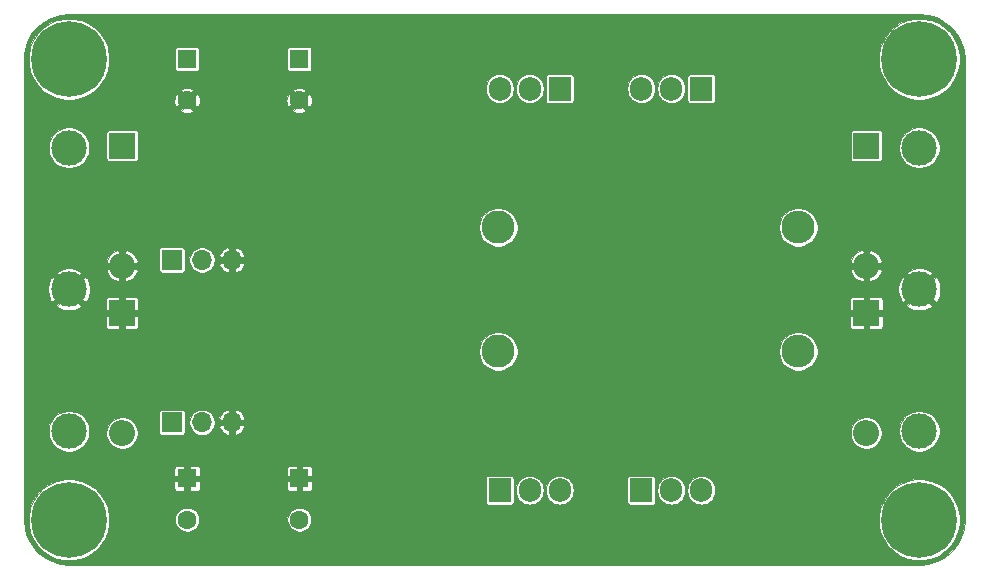
<source format=gbr>
%TF.GenerationSoftware,KiCad,Pcbnew,(5.1.6)-1*%
%TF.CreationDate,2021-05-08T17:44:37+05:30*%
%TF.ProjectId,CC CV Power Supply Rev 3,43432043-5620-4506-9f77-657220537570,rev?*%
%TF.SameCoordinates,Original*%
%TF.FileFunction,Copper,L2,Bot*%
%TF.FilePolarity,Positive*%
%FSLAX46Y46*%
G04 Gerber Fmt 4.6, Leading zero omitted, Abs format (unit mm)*
G04 Created by KiCad (PCBNEW (5.1.6)-1) date 2021-05-08 17:44:37*
%MOMM*%
%LPD*%
G01*
G04 APERTURE LIST*
%TA.AperFunction,ComponentPad*%
%ADD10O,2.800000X2.800000*%
%TD*%
%TA.AperFunction,ComponentPad*%
%ADD11C,2.800000*%
%TD*%
%TA.AperFunction,ComponentPad*%
%ADD12C,1.600000*%
%TD*%
%TA.AperFunction,ComponentPad*%
%ADD13R,1.600000X1.600000*%
%TD*%
%TA.AperFunction,ComponentPad*%
%ADD14O,1.700000X1.700000*%
%TD*%
%TA.AperFunction,ComponentPad*%
%ADD15R,1.700000X1.700000*%
%TD*%
%TA.AperFunction,ComponentPad*%
%ADD16O,2.200000X2.200000*%
%TD*%
%TA.AperFunction,ComponentPad*%
%ADD17R,2.200000X2.200000*%
%TD*%
%TA.AperFunction,ComponentPad*%
%ADD18C,0.800000*%
%TD*%
%TA.AperFunction,ComponentPad*%
%ADD19C,6.400000*%
%TD*%
%TA.AperFunction,ComponentPad*%
%ADD20O,1.905000X2.000000*%
%TD*%
%TA.AperFunction,ComponentPad*%
%ADD21R,1.905000X2.000000*%
%TD*%
%TA.AperFunction,ComponentPad*%
%ADD22C,3.000000*%
%TD*%
%TA.AperFunction,ViaPad*%
%ADD23C,0.609600*%
%TD*%
%TA.AperFunction,Conductor*%
%ADD24C,0.050800*%
%TD*%
G04 APERTURE END LIST*
D10*
%TO.P,R27,2*%
%TO.N,Net-(C21-Pad2)*%
X175750000Y-115250000D03*
D11*
%TO.P,R27,1*%
%TO.N,Net-(Q4-Pad2)*%
X150350000Y-115250000D03*
%TD*%
D10*
%TO.P,R26,2*%
%TO.N,Net-(C20-Pad2)*%
X175750000Y-104750000D03*
D11*
%TO.P,R26,1*%
%TO.N,Net-(R12-Pad1)*%
X150350000Y-104750000D03*
%TD*%
D12*
%TO.P,C29,2*%
%TO.N,Net-(C10-Pad2)*%
X133500000Y-129500000D03*
D13*
%TO.P,C29,1*%
%TO.N,GND*%
X133500000Y-126000000D03*
%TD*%
D12*
%TO.P,C28,2*%
%TO.N,GND*%
X133500000Y-94000000D03*
D13*
%TO.P,C28,1*%
%TO.N,Net-(C12-Pad2)*%
X133500000Y-90500000D03*
%TD*%
D14*
%TO.P,CV1,3*%
%TO.N,GND*%
X127790000Y-121250000D03*
%TO.P,CV1,2*%
%TO.N,Net-(C26-Pad2)*%
X125250000Y-121250000D03*
D15*
%TO.P,CV1,1*%
%TO.N,+5V*%
X122710000Y-121250000D03*
%TD*%
D14*
%TO.P,CC1,3*%
%TO.N,GND*%
X127790000Y-107500000D03*
%TO.P,CC1,2*%
%TO.N,Net-(C27-Pad1)*%
X125250000Y-107500000D03*
D15*
%TO.P,CC1,1*%
%TO.N,+5V*%
X122710000Y-107500000D03*
%TD*%
D16*
%TO.P,D4,2*%
%TO.N,Net-(C21-Pad2)*%
X181500000Y-122160000D03*
D17*
%TO.P,D4,1*%
%TO.N,GND*%
X181500000Y-112000000D03*
%TD*%
D16*
%TO.P,D3,2*%
%TO.N,GND*%
X181500000Y-108000000D03*
D17*
%TO.P,D3,1*%
%TO.N,Net-(C20-Pad2)*%
X181500000Y-97840000D03*
%TD*%
D16*
%TO.P,D2,2*%
%TO.N,Net-(C10-Pad2)*%
X118500000Y-122160000D03*
D17*
%TO.P,D2,1*%
%TO.N,GND*%
X118500000Y-112000000D03*
%TD*%
D16*
%TO.P,D1,2*%
%TO.N,GND*%
X118500000Y-108000000D03*
D17*
%TO.P,D1,1*%
%TO.N,Net-(C12-Pad2)*%
X118500000Y-97840000D03*
%TD*%
D12*
%TO.P,C4,2*%
%TO.N,GND*%
X124000000Y-94000000D03*
D13*
%TO.P,C4,1*%
%TO.N,Net-(C12-Pad2)*%
X124000000Y-90500000D03*
%TD*%
D12*
%TO.P,C5,2*%
%TO.N,Net-(C10-Pad2)*%
X124000000Y-129500000D03*
D13*
%TO.P,C5,1*%
%TO.N,GND*%
X124000000Y-126000000D03*
%TD*%
D18*
%TO.P,H5,1*%
%TO.N,N/C*%
X115697056Y-88802944D03*
X114000000Y-88100000D03*
X112302944Y-88802944D03*
X111600000Y-90500000D03*
X112302944Y-92197056D03*
X114000000Y-92900000D03*
X115697056Y-92197056D03*
X116400000Y-90500000D03*
D19*
X114000000Y-90500000D03*
%TD*%
%TO.P,H6,1*%
%TO.N,N/C*%
X186000000Y-90500000D03*
D18*
X188400000Y-90500000D03*
X187697056Y-92197056D03*
X186000000Y-92900000D03*
X184302944Y-92197056D03*
X183600000Y-90500000D03*
X184302944Y-88802944D03*
X186000000Y-88100000D03*
X187697056Y-88802944D03*
%TD*%
%TO.P,H7,1*%
%TO.N,N/C*%
X115697056Y-127802944D03*
X114000000Y-127100000D03*
X112302944Y-127802944D03*
X111600000Y-129500000D03*
X112302944Y-131197056D03*
X114000000Y-131900000D03*
X115697056Y-131197056D03*
X116400000Y-129500000D03*
D19*
X114000000Y-129500000D03*
%TD*%
%TO.P,H8,1*%
%TO.N,N/C*%
X186000000Y-129500000D03*
D18*
X188400000Y-129500000D03*
X187697056Y-131197056D03*
X186000000Y-131900000D03*
X184302944Y-131197056D03*
X183600000Y-129500000D03*
X184302944Y-127802944D03*
X186000000Y-127100000D03*
X187697056Y-127802944D03*
%TD*%
D20*
%TO.P,Q4,3*%
%TO.N,Net-(Q4-Pad3)*%
X167540000Y-127000000D03*
%TO.P,Q4,2*%
%TO.N,Net-(Q4-Pad2)*%
X165000000Y-127000000D03*
D21*
%TO.P,Q4,1*%
%TO.N,Net-(Q4-Pad1)*%
X162460000Y-127000000D03*
%TD*%
%TO.P,Q5,1*%
%TO.N,Net-(Q4-Pad1)*%
X150460000Y-127000000D03*
D20*
%TO.P,Q5,2*%
%TO.N,Net-(Q4-Pad2)*%
X153000000Y-127000000D03*
%TO.P,Q5,3*%
%TO.N,Net-(Q5-Pad3)*%
X155540000Y-127000000D03*
%TD*%
D21*
%TO.P,Q6,1*%
%TO.N,Net-(Q6-Pad1)*%
X167540000Y-93000000D03*
D20*
%TO.P,Q6,2*%
%TO.N,Net-(C12-Pad2)*%
X165000000Y-93000000D03*
%TO.P,Q6,3*%
%TO.N,Net-(Q6-Pad3)*%
X162460000Y-93000000D03*
%TD*%
%TO.P,Q7,3*%
%TO.N,Net-(Q7-Pad3)*%
X150460000Y-93000000D03*
%TO.P,Q7,2*%
%TO.N,Net-(C12-Pad2)*%
X153000000Y-93000000D03*
D21*
%TO.P,Q7,1*%
%TO.N,Net-(Q6-Pad1)*%
X155540000Y-93000000D03*
%TD*%
D22*
%TO.P,H1,1*%
%TO.N,Net-(C12-Pad2)*%
X114000000Y-98000000D03*
%TD*%
%TO.P,H2,1*%
%TO.N,GND*%
X114000000Y-110000000D03*
%TD*%
%TO.P,H4,1*%
%TO.N,Net-(C10-Pad2)*%
X114000000Y-122000000D03*
%TD*%
%TO.P,H9,1*%
%TO.N,Net-(C20-Pad2)*%
X186000000Y-98000000D03*
%TD*%
%TO.P,H10,1*%
%TO.N,GND*%
X186000000Y-110000000D03*
%TD*%
%TO.P,H11,1*%
%TO.N,Net-(C21-Pad2)*%
X186000000Y-122000000D03*
%TD*%
D23*
%TO.N,GND*%
X148000000Y-106750000D03*
X172750000Y-130500000D03*
X173750000Y-130500000D03*
X175250000Y-130500000D03*
X176250000Y-130500000D03*
X177750000Y-130500000D03*
X178750000Y-130500000D03*
X172750000Y-89500000D03*
X173750000Y-89500000D03*
X175250000Y-89500000D03*
X176250000Y-89500000D03*
X177750000Y-89500000D03*
X178750000Y-89500000D03*
X123250000Y-114500000D03*
X129500000Y-109750000D03*
X139750000Y-112250000D03*
X138250000Y-114750000D03*
X128750000Y-115000000D03*
X129750000Y-119000000D03*
X135000000Y-119750000D03*
X133000000Y-120500000D03*
X144750000Y-118750000D03*
X145000000Y-95000000D03*
X144000000Y-95000000D03*
X142750000Y-95000000D03*
X141750000Y-95000000D03*
X131750000Y-107250000D03*
X146000000Y-126250000D03*
X140000000Y-127500000D03*
X142250000Y-127500000D03*
X144500000Y-127500000D03*
X139000000Y-120000000D03*
X140379997Y-105999995D03*
X131596000Y-102846000D03*
X136676000Y-102824000D03*
X129750000Y-101500000D03*
X124250000Y-105500000D03*
X127250000Y-105500000D03*
X129750000Y-105500000D03*
%TD*%
D24*
%TO.N,GND*%
G36*
X186742316Y-86751035D02*
G01*
X187456354Y-86966616D01*
X188114924Y-87316784D01*
X188692935Y-87788198D01*
X189168372Y-88362903D01*
X189523131Y-89019016D01*
X189743692Y-89731533D01*
X189822535Y-90481678D01*
X189822600Y-90500328D01*
X189822601Y-115991279D01*
X189822600Y-115991289D01*
X189822601Y-129491317D01*
X189748966Y-130242311D01*
X189533385Y-130956351D01*
X189183216Y-131614924D01*
X188711802Y-132192935D01*
X188137097Y-132668372D01*
X187480984Y-133023131D01*
X186768470Y-133243691D01*
X186018323Y-133322535D01*
X185999672Y-133322600D01*
X114008673Y-133322600D01*
X113257689Y-133248966D01*
X112543649Y-133033385D01*
X111885076Y-132683216D01*
X111307065Y-132211802D01*
X110831628Y-131637097D01*
X110476869Y-130980984D01*
X110256309Y-130268470D01*
X110177465Y-129518323D01*
X110177400Y-129499672D01*
X110177400Y-129162628D01*
X110574600Y-129162628D01*
X110574600Y-129837372D01*
X110706236Y-130499152D01*
X110964450Y-131122535D01*
X111339318Y-131683565D01*
X111816435Y-132160682D01*
X112377465Y-132535550D01*
X113000848Y-132793764D01*
X113662628Y-132925400D01*
X114337372Y-132925400D01*
X114999152Y-132793764D01*
X115622535Y-132535550D01*
X116183565Y-132160682D01*
X116660682Y-131683565D01*
X117035550Y-131122535D01*
X117293764Y-130499152D01*
X117425400Y-129837372D01*
X117425400Y-129399007D01*
X122974600Y-129399007D01*
X122974600Y-129600993D01*
X123014006Y-129799098D01*
X123091303Y-129985709D01*
X123203520Y-130153654D01*
X123346346Y-130296480D01*
X123514291Y-130408697D01*
X123700902Y-130485994D01*
X123899007Y-130525400D01*
X124100993Y-130525400D01*
X124299098Y-130485994D01*
X124485709Y-130408697D01*
X124653654Y-130296480D01*
X124796480Y-130153654D01*
X124908697Y-129985709D01*
X124985994Y-129799098D01*
X125025400Y-129600993D01*
X125025400Y-129399007D01*
X132474600Y-129399007D01*
X132474600Y-129600993D01*
X132514006Y-129799098D01*
X132591303Y-129985709D01*
X132703520Y-130153654D01*
X132846346Y-130296480D01*
X133014291Y-130408697D01*
X133200902Y-130485994D01*
X133399007Y-130525400D01*
X133600993Y-130525400D01*
X133799098Y-130485994D01*
X133985709Y-130408697D01*
X134153654Y-130296480D01*
X134296480Y-130153654D01*
X134408697Y-129985709D01*
X134485994Y-129799098D01*
X134525400Y-129600993D01*
X134525400Y-129399007D01*
X134485994Y-129200902D01*
X134470141Y-129162628D01*
X182574600Y-129162628D01*
X182574600Y-129837372D01*
X182706236Y-130499152D01*
X182964450Y-131122535D01*
X183339318Y-131683565D01*
X183816435Y-132160682D01*
X184377465Y-132535550D01*
X185000848Y-132793764D01*
X185662628Y-132925400D01*
X186337372Y-132925400D01*
X186999152Y-132793764D01*
X187622535Y-132535550D01*
X188183565Y-132160682D01*
X188660682Y-131683565D01*
X189035550Y-131122535D01*
X189293764Y-130499152D01*
X189425400Y-129837372D01*
X189425400Y-129162628D01*
X189293764Y-128500848D01*
X189035550Y-127877465D01*
X188660682Y-127316435D01*
X188183565Y-126839318D01*
X187622535Y-126464450D01*
X186999152Y-126206236D01*
X186337372Y-126074600D01*
X185662628Y-126074600D01*
X185000848Y-126206236D01*
X184377465Y-126464450D01*
X183816435Y-126839318D01*
X183339318Y-127316435D01*
X182964450Y-127877465D01*
X182706236Y-128500848D01*
X182574600Y-129162628D01*
X134470141Y-129162628D01*
X134408697Y-129014291D01*
X134296480Y-128846346D01*
X134153654Y-128703520D01*
X133985709Y-128591303D01*
X133799098Y-128514006D01*
X133600993Y-128474600D01*
X133399007Y-128474600D01*
X133200902Y-128514006D01*
X133014291Y-128591303D01*
X132846346Y-128703520D01*
X132703520Y-128846346D01*
X132591303Y-129014291D01*
X132514006Y-129200902D01*
X132474600Y-129399007D01*
X125025400Y-129399007D01*
X124985994Y-129200902D01*
X124908697Y-129014291D01*
X124796480Y-128846346D01*
X124653654Y-128703520D01*
X124485709Y-128591303D01*
X124299098Y-128514006D01*
X124100993Y-128474600D01*
X123899007Y-128474600D01*
X123700902Y-128514006D01*
X123514291Y-128591303D01*
X123346346Y-128703520D01*
X123203520Y-128846346D01*
X123091303Y-129014291D01*
X123014006Y-129200902D01*
X122974600Y-129399007D01*
X117425400Y-129399007D01*
X117425400Y-129162628D01*
X117293764Y-128500848D01*
X117035550Y-127877465D01*
X116660682Y-127316435D01*
X116183565Y-126839318D01*
X116124722Y-126800000D01*
X122919248Y-126800000D01*
X122924643Y-126854772D01*
X122940619Y-126907439D01*
X122966563Y-126955977D01*
X123001478Y-126998522D01*
X123044023Y-127033437D01*
X123092561Y-127059381D01*
X123145228Y-127075357D01*
X123200000Y-127080752D01*
X123701550Y-127079400D01*
X123771400Y-127009550D01*
X123771400Y-126228600D01*
X124228600Y-126228600D01*
X124228600Y-127009550D01*
X124298450Y-127079400D01*
X124800000Y-127080752D01*
X124854772Y-127075357D01*
X124907439Y-127059381D01*
X124955977Y-127033437D01*
X124998522Y-126998522D01*
X125033437Y-126955977D01*
X125059381Y-126907439D01*
X125075357Y-126854772D01*
X125080752Y-126800000D01*
X132419248Y-126800000D01*
X132424643Y-126854772D01*
X132440619Y-126907439D01*
X132466563Y-126955977D01*
X132501478Y-126998522D01*
X132544023Y-127033437D01*
X132592561Y-127059381D01*
X132645228Y-127075357D01*
X132700000Y-127080752D01*
X133201550Y-127079400D01*
X133271400Y-127009550D01*
X133271400Y-126228600D01*
X133728600Y-126228600D01*
X133728600Y-127009550D01*
X133798450Y-127079400D01*
X134300000Y-127080752D01*
X134354772Y-127075357D01*
X134407439Y-127059381D01*
X134455977Y-127033437D01*
X134498522Y-126998522D01*
X134533437Y-126955977D01*
X134559381Y-126907439D01*
X134575357Y-126854772D01*
X134580752Y-126800000D01*
X134579400Y-126298450D01*
X134509550Y-126228600D01*
X133728600Y-126228600D01*
X133271400Y-126228600D01*
X132490450Y-126228600D01*
X132420600Y-126298450D01*
X132419248Y-126800000D01*
X125080752Y-126800000D01*
X125079400Y-126298450D01*
X125009550Y-126228600D01*
X124228600Y-126228600D01*
X123771400Y-126228600D01*
X122990450Y-126228600D01*
X122920600Y-126298450D01*
X122919248Y-126800000D01*
X116124722Y-126800000D01*
X115622535Y-126464450D01*
X114999152Y-126206236D01*
X114337372Y-126074600D01*
X113662628Y-126074600D01*
X113000848Y-126206236D01*
X112377465Y-126464450D01*
X111816435Y-126839318D01*
X111339318Y-127316435D01*
X110964450Y-127877465D01*
X110706236Y-128500848D01*
X110574600Y-129162628D01*
X110177400Y-129162628D01*
X110177400Y-126000000D01*
X149281010Y-126000000D01*
X149281010Y-128000000D01*
X149285362Y-128044186D01*
X149298251Y-128086674D01*
X149319180Y-128125831D01*
X149347347Y-128160153D01*
X149381669Y-128188320D01*
X149420826Y-128209249D01*
X149463314Y-128222138D01*
X149507500Y-128226490D01*
X151412500Y-128226490D01*
X151456686Y-128222138D01*
X151499174Y-128209249D01*
X151538331Y-128188320D01*
X151572653Y-128160153D01*
X151600820Y-128125831D01*
X151621749Y-128086674D01*
X151634638Y-128044186D01*
X151638990Y-128000000D01*
X151638990Y-126894639D01*
X151822100Y-126894639D01*
X151822100Y-127105362D01*
X151839144Y-127278409D01*
X151906497Y-127500444D01*
X152015873Y-127705072D01*
X152163069Y-127884431D01*
X152342429Y-128031627D01*
X152547057Y-128141003D01*
X152769092Y-128208356D01*
X153000000Y-128231099D01*
X153230909Y-128208356D01*
X153452944Y-128141003D01*
X153657572Y-128031627D01*
X153836931Y-127884431D01*
X153984127Y-127705071D01*
X154093503Y-127500443D01*
X154160856Y-127278408D01*
X154177900Y-127105361D01*
X154177900Y-126894639D01*
X154362100Y-126894639D01*
X154362100Y-127105362D01*
X154379144Y-127278409D01*
X154446497Y-127500444D01*
X154555873Y-127705072D01*
X154703069Y-127884431D01*
X154882429Y-128031627D01*
X155087057Y-128141003D01*
X155309092Y-128208356D01*
X155540000Y-128231099D01*
X155770909Y-128208356D01*
X155992944Y-128141003D01*
X156197572Y-128031627D01*
X156376931Y-127884431D01*
X156524127Y-127705071D01*
X156633503Y-127500443D01*
X156700856Y-127278408D01*
X156717900Y-127105361D01*
X156717900Y-126894638D01*
X156700856Y-126721591D01*
X156633503Y-126499556D01*
X156524127Y-126294928D01*
X156376931Y-126115569D01*
X156236109Y-126000000D01*
X161281010Y-126000000D01*
X161281010Y-128000000D01*
X161285362Y-128044186D01*
X161298251Y-128086674D01*
X161319180Y-128125831D01*
X161347347Y-128160153D01*
X161381669Y-128188320D01*
X161420826Y-128209249D01*
X161463314Y-128222138D01*
X161507500Y-128226490D01*
X163412500Y-128226490D01*
X163456686Y-128222138D01*
X163499174Y-128209249D01*
X163538331Y-128188320D01*
X163572653Y-128160153D01*
X163600820Y-128125831D01*
X163621749Y-128086674D01*
X163634638Y-128044186D01*
X163638990Y-128000000D01*
X163638990Y-126894639D01*
X163822100Y-126894639D01*
X163822100Y-127105362D01*
X163839144Y-127278409D01*
X163906497Y-127500444D01*
X164015873Y-127705072D01*
X164163069Y-127884431D01*
X164342429Y-128031627D01*
X164547057Y-128141003D01*
X164769092Y-128208356D01*
X165000000Y-128231099D01*
X165230909Y-128208356D01*
X165452944Y-128141003D01*
X165657572Y-128031627D01*
X165836931Y-127884431D01*
X165984127Y-127705071D01*
X166093503Y-127500443D01*
X166160856Y-127278408D01*
X166177900Y-127105361D01*
X166177900Y-126894639D01*
X166362100Y-126894639D01*
X166362100Y-127105362D01*
X166379144Y-127278409D01*
X166446497Y-127500444D01*
X166555873Y-127705072D01*
X166703069Y-127884431D01*
X166882429Y-128031627D01*
X167087057Y-128141003D01*
X167309092Y-128208356D01*
X167540000Y-128231099D01*
X167770909Y-128208356D01*
X167992944Y-128141003D01*
X168197572Y-128031627D01*
X168376931Y-127884431D01*
X168524127Y-127705071D01*
X168633503Y-127500443D01*
X168700856Y-127278408D01*
X168717900Y-127105361D01*
X168717900Y-126894638D01*
X168700856Y-126721591D01*
X168633503Y-126499556D01*
X168524127Y-126294928D01*
X168376931Y-126115569D01*
X168197571Y-125968373D01*
X167992943Y-125858997D01*
X167770908Y-125791644D01*
X167540000Y-125768901D01*
X167309091Y-125791644D01*
X167087056Y-125858997D01*
X166882428Y-125968373D01*
X166703069Y-126115569D01*
X166555873Y-126294929D01*
X166446497Y-126499557D01*
X166379144Y-126721592D01*
X166362100Y-126894639D01*
X166177900Y-126894639D01*
X166177900Y-126894638D01*
X166160856Y-126721591D01*
X166093503Y-126499556D01*
X165984127Y-126294928D01*
X165836931Y-126115569D01*
X165657571Y-125968373D01*
X165452943Y-125858997D01*
X165230908Y-125791644D01*
X165000000Y-125768901D01*
X164769091Y-125791644D01*
X164547056Y-125858997D01*
X164342428Y-125968373D01*
X164163069Y-126115569D01*
X164015873Y-126294929D01*
X163906497Y-126499557D01*
X163839144Y-126721592D01*
X163822100Y-126894639D01*
X163638990Y-126894639D01*
X163638990Y-126000000D01*
X163634638Y-125955814D01*
X163621749Y-125913326D01*
X163600820Y-125874169D01*
X163572653Y-125839847D01*
X163538331Y-125811680D01*
X163499174Y-125790751D01*
X163456686Y-125777862D01*
X163412500Y-125773510D01*
X161507500Y-125773510D01*
X161463314Y-125777862D01*
X161420826Y-125790751D01*
X161381669Y-125811680D01*
X161347347Y-125839847D01*
X161319180Y-125874169D01*
X161298251Y-125913326D01*
X161285362Y-125955814D01*
X161281010Y-126000000D01*
X156236109Y-126000000D01*
X156197571Y-125968373D01*
X155992943Y-125858997D01*
X155770908Y-125791644D01*
X155540000Y-125768901D01*
X155309091Y-125791644D01*
X155087056Y-125858997D01*
X154882428Y-125968373D01*
X154703069Y-126115569D01*
X154555873Y-126294929D01*
X154446497Y-126499557D01*
X154379144Y-126721592D01*
X154362100Y-126894639D01*
X154177900Y-126894639D01*
X154177900Y-126894638D01*
X154160856Y-126721591D01*
X154093503Y-126499556D01*
X153984127Y-126294928D01*
X153836931Y-126115569D01*
X153657571Y-125968373D01*
X153452943Y-125858997D01*
X153230908Y-125791644D01*
X153000000Y-125768901D01*
X152769091Y-125791644D01*
X152547056Y-125858997D01*
X152342428Y-125968373D01*
X152163069Y-126115569D01*
X152015873Y-126294929D01*
X151906497Y-126499557D01*
X151839144Y-126721592D01*
X151822100Y-126894639D01*
X151638990Y-126894639D01*
X151638990Y-126000000D01*
X151634638Y-125955814D01*
X151621749Y-125913326D01*
X151600820Y-125874169D01*
X151572653Y-125839847D01*
X151538331Y-125811680D01*
X151499174Y-125790751D01*
X151456686Y-125777862D01*
X151412500Y-125773510D01*
X149507500Y-125773510D01*
X149463314Y-125777862D01*
X149420826Y-125790751D01*
X149381669Y-125811680D01*
X149347347Y-125839847D01*
X149319180Y-125874169D01*
X149298251Y-125913326D01*
X149285362Y-125955814D01*
X149281010Y-126000000D01*
X110177400Y-126000000D01*
X110177400Y-125200000D01*
X122919248Y-125200000D01*
X122920600Y-125701550D01*
X122990450Y-125771400D01*
X123771400Y-125771400D01*
X123771400Y-124990450D01*
X124228600Y-124990450D01*
X124228600Y-125771400D01*
X125009550Y-125771400D01*
X125079400Y-125701550D01*
X125080752Y-125200000D01*
X132419248Y-125200000D01*
X132420600Y-125701550D01*
X132490450Y-125771400D01*
X133271400Y-125771400D01*
X133271400Y-124990450D01*
X133728600Y-124990450D01*
X133728600Y-125771400D01*
X134509550Y-125771400D01*
X134579400Y-125701550D01*
X134580752Y-125200000D01*
X134575357Y-125145228D01*
X134559381Y-125092561D01*
X134533437Y-125044023D01*
X134498522Y-125001478D01*
X134455977Y-124966563D01*
X134407439Y-124940619D01*
X134354772Y-124924643D01*
X134300000Y-124919248D01*
X133798450Y-124920600D01*
X133728600Y-124990450D01*
X133271400Y-124990450D01*
X133201550Y-124920600D01*
X132700000Y-124919248D01*
X132645228Y-124924643D01*
X132592561Y-124940619D01*
X132544023Y-124966563D01*
X132501478Y-125001478D01*
X132466563Y-125044023D01*
X132440619Y-125092561D01*
X132424643Y-125145228D01*
X132419248Y-125200000D01*
X125080752Y-125200000D01*
X125075357Y-125145228D01*
X125059381Y-125092561D01*
X125033437Y-125044023D01*
X124998522Y-125001478D01*
X124955977Y-124966563D01*
X124907439Y-124940619D01*
X124854772Y-124924643D01*
X124800000Y-124919248D01*
X124298450Y-124920600D01*
X124228600Y-124990450D01*
X123771400Y-124990450D01*
X123701550Y-124920600D01*
X123200000Y-124919248D01*
X123145228Y-124924643D01*
X123092561Y-124940619D01*
X123044023Y-124966563D01*
X123001478Y-125001478D01*
X122966563Y-125044023D01*
X122940619Y-125092561D01*
X122924643Y-125145228D01*
X122919248Y-125200000D01*
X110177400Y-125200000D01*
X110177400Y-121830063D01*
X112274600Y-121830063D01*
X112274600Y-122169937D01*
X112340907Y-122503280D01*
X112470971Y-122817283D01*
X112659795Y-123099878D01*
X112900122Y-123340205D01*
X113182717Y-123529029D01*
X113496720Y-123659093D01*
X113830063Y-123725400D01*
X114169937Y-123725400D01*
X114503280Y-123659093D01*
X114817283Y-123529029D01*
X115099878Y-123340205D01*
X115340205Y-123099878D01*
X115529029Y-122817283D01*
X115659093Y-122503280D01*
X115725400Y-122169937D01*
X115725400Y-122029459D01*
X117174600Y-122029459D01*
X117174600Y-122290541D01*
X117225534Y-122546605D01*
X117325446Y-122787812D01*
X117470495Y-123004893D01*
X117655107Y-123189505D01*
X117872188Y-123334554D01*
X118113395Y-123434466D01*
X118369459Y-123485400D01*
X118630541Y-123485400D01*
X118886605Y-123434466D01*
X119127812Y-123334554D01*
X119344893Y-123189505D01*
X119529505Y-123004893D01*
X119674554Y-122787812D01*
X119774466Y-122546605D01*
X119825400Y-122290541D01*
X119825400Y-122029459D01*
X119774466Y-121773395D01*
X119674554Y-121532188D01*
X119529505Y-121315107D01*
X119344893Y-121130495D01*
X119127812Y-120985446D01*
X118886605Y-120885534D01*
X118630541Y-120834600D01*
X118369459Y-120834600D01*
X118113395Y-120885534D01*
X117872188Y-120985446D01*
X117655107Y-121130495D01*
X117470495Y-121315107D01*
X117325446Y-121532188D01*
X117225534Y-121773395D01*
X117174600Y-122029459D01*
X115725400Y-122029459D01*
X115725400Y-121830063D01*
X115659093Y-121496720D01*
X115529029Y-121182717D01*
X115340205Y-120900122D01*
X115099878Y-120659795D01*
X114817283Y-120470971D01*
X114645944Y-120400000D01*
X121633510Y-120400000D01*
X121633510Y-122100000D01*
X121637862Y-122144186D01*
X121650751Y-122186674D01*
X121671680Y-122225831D01*
X121699847Y-122260153D01*
X121734169Y-122288320D01*
X121773326Y-122309249D01*
X121815814Y-122322138D01*
X121860000Y-122326490D01*
X123560000Y-122326490D01*
X123604186Y-122322138D01*
X123646674Y-122309249D01*
X123685831Y-122288320D01*
X123720153Y-122260153D01*
X123748320Y-122225831D01*
X123769249Y-122186674D01*
X123782138Y-122144186D01*
X123786490Y-122100000D01*
X123786490Y-121144082D01*
X124174600Y-121144082D01*
X124174600Y-121355918D01*
X124215927Y-121563682D01*
X124296993Y-121759393D01*
X124414683Y-121935527D01*
X124564473Y-122085317D01*
X124740607Y-122203007D01*
X124936318Y-122284073D01*
X125144082Y-122325400D01*
X125355918Y-122325400D01*
X125563682Y-122284073D01*
X125759393Y-122203007D01*
X125935527Y-122085317D01*
X126085317Y-121935527D01*
X126203007Y-121759393D01*
X126248813Y-121648807D01*
X126733344Y-121648807D01*
X126831451Y-121847287D01*
X126966394Y-122022814D01*
X127132988Y-122168642D01*
X127324830Y-122279167D01*
X127391194Y-122306645D01*
X127561400Y-122284596D01*
X127561400Y-121478600D01*
X128018600Y-121478600D01*
X128018600Y-122284596D01*
X128188806Y-122306645D01*
X128255170Y-122279167D01*
X128447012Y-122168642D01*
X128606014Y-122029459D01*
X180174600Y-122029459D01*
X180174600Y-122290541D01*
X180225534Y-122546605D01*
X180325446Y-122787812D01*
X180470495Y-123004893D01*
X180655107Y-123189505D01*
X180872188Y-123334554D01*
X181113395Y-123434466D01*
X181369459Y-123485400D01*
X181630541Y-123485400D01*
X181886605Y-123434466D01*
X182127812Y-123334554D01*
X182344893Y-123189505D01*
X182529505Y-123004893D01*
X182674554Y-122787812D01*
X182774466Y-122546605D01*
X182825400Y-122290541D01*
X182825400Y-122029459D01*
X182785738Y-121830063D01*
X184274600Y-121830063D01*
X184274600Y-122169937D01*
X184340907Y-122503280D01*
X184470971Y-122817283D01*
X184659795Y-123099878D01*
X184900122Y-123340205D01*
X185182717Y-123529029D01*
X185496720Y-123659093D01*
X185830063Y-123725400D01*
X186169937Y-123725400D01*
X186503280Y-123659093D01*
X186817283Y-123529029D01*
X187099878Y-123340205D01*
X187340205Y-123099878D01*
X187529029Y-122817283D01*
X187659093Y-122503280D01*
X187725400Y-122169937D01*
X187725400Y-121830063D01*
X187659093Y-121496720D01*
X187529029Y-121182717D01*
X187340205Y-120900122D01*
X187099878Y-120659795D01*
X186817283Y-120470971D01*
X186503280Y-120340907D01*
X186169937Y-120274600D01*
X185830063Y-120274600D01*
X185496720Y-120340907D01*
X185182717Y-120470971D01*
X184900122Y-120659795D01*
X184659795Y-120900122D01*
X184470971Y-121182717D01*
X184340907Y-121496720D01*
X184274600Y-121830063D01*
X182785738Y-121830063D01*
X182774466Y-121773395D01*
X182674554Y-121532188D01*
X182529505Y-121315107D01*
X182344893Y-121130495D01*
X182127812Y-120985446D01*
X181886605Y-120885534D01*
X181630541Y-120834600D01*
X181369459Y-120834600D01*
X181113395Y-120885534D01*
X180872188Y-120985446D01*
X180655107Y-121130495D01*
X180470495Y-121315107D01*
X180325446Y-121532188D01*
X180225534Y-121773395D01*
X180174600Y-122029459D01*
X128606014Y-122029459D01*
X128613606Y-122022814D01*
X128748549Y-121847287D01*
X128846656Y-121648807D01*
X128826184Y-121478600D01*
X128018600Y-121478600D01*
X127561400Y-121478600D01*
X126753816Y-121478600D01*
X126733344Y-121648807D01*
X126248813Y-121648807D01*
X126284073Y-121563682D01*
X126325400Y-121355918D01*
X126325400Y-121144082D01*
X126284073Y-120936318D01*
X126248814Y-120851193D01*
X126733344Y-120851193D01*
X126753816Y-121021400D01*
X127561400Y-121021400D01*
X127561400Y-120215404D01*
X128018600Y-120215404D01*
X128018600Y-121021400D01*
X128826184Y-121021400D01*
X128846656Y-120851193D01*
X128748549Y-120652713D01*
X128613606Y-120477186D01*
X128447012Y-120331358D01*
X128255170Y-120220833D01*
X128188806Y-120193355D01*
X128018600Y-120215404D01*
X127561400Y-120215404D01*
X127391194Y-120193355D01*
X127324830Y-120220833D01*
X127132988Y-120331358D01*
X126966394Y-120477186D01*
X126831451Y-120652713D01*
X126733344Y-120851193D01*
X126248814Y-120851193D01*
X126203007Y-120740607D01*
X126085317Y-120564473D01*
X125935527Y-120414683D01*
X125759393Y-120296993D01*
X125563682Y-120215927D01*
X125355918Y-120174600D01*
X125144082Y-120174600D01*
X124936318Y-120215927D01*
X124740607Y-120296993D01*
X124564473Y-120414683D01*
X124414683Y-120564473D01*
X124296993Y-120740607D01*
X124215927Y-120936318D01*
X124174600Y-121144082D01*
X123786490Y-121144082D01*
X123786490Y-120400000D01*
X123782138Y-120355814D01*
X123769249Y-120313326D01*
X123748320Y-120274169D01*
X123720153Y-120239847D01*
X123685831Y-120211680D01*
X123646674Y-120190751D01*
X123604186Y-120177862D01*
X123560000Y-120173510D01*
X121860000Y-120173510D01*
X121815814Y-120177862D01*
X121773326Y-120190751D01*
X121734169Y-120211680D01*
X121699847Y-120239847D01*
X121671680Y-120274169D01*
X121650751Y-120313326D01*
X121637862Y-120355814D01*
X121633510Y-120400000D01*
X114645944Y-120400000D01*
X114503280Y-120340907D01*
X114169937Y-120274600D01*
X113830063Y-120274600D01*
X113496720Y-120340907D01*
X113182717Y-120470971D01*
X112900122Y-120659795D01*
X112659795Y-120900122D01*
X112470971Y-121182717D01*
X112340907Y-121496720D01*
X112274600Y-121830063D01*
X110177400Y-121830063D01*
X110177400Y-115089912D01*
X148724600Y-115089912D01*
X148724600Y-115410088D01*
X148787063Y-115724112D01*
X148909589Y-116019916D01*
X149087469Y-116286132D01*
X149313868Y-116512531D01*
X149580084Y-116690411D01*
X149875888Y-116812937D01*
X150189912Y-116875400D01*
X150510088Y-116875400D01*
X150824112Y-116812937D01*
X151119916Y-116690411D01*
X151386132Y-116512531D01*
X151612531Y-116286132D01*
X151790411Y-116019916D01*
X151912937Y-115724112D01*
X151975400Y-115410088D01*
X151975400Y-115089912D01*
X174124600Y-115089912D01*
X174124600Y-115410088D01*
X174187063Y-115724112D01*
X174309589Y-116019916D01*
X174487469Y-116286132D01*
X174713868Y-116512531D01*
X174980084Y-116690411D01*
X175275888Y-116812937D01*
X175589912Y-116875400D01*
X175910088Y-116875400D01*
X176224112Y-116812937D01*
X176519916Y-116690411D01*
X176786132Y-116512531D01*
X177012531Y-116286132D01*
X177190411Y-116019916D01*
X177312937Y-115724112D01*
X177375400Y-115410088D01*
X177375400Y-115089912D01*
X177312937Y-114775888D01*
X177190411Y-114480084D01*
X177012531Y-114213868D01*
X176786132Y-113987469D01*
X176519916Y-113809589D01*
X176224112Y-113687063D01*
X175910088Y-113624600D01*
X175589912Y-113624600D01*
X175275888Y-113687063D01*
X174980084Y-113809589D01*
X174713868Y-113987469D01*
X174487469Y-114213868D01*
X174309589Y-114480084D01*
X174187063Y-114775888D01*
X174124600Y-115089912D01*
X151975400Y-115089912D01*
X151912937Y-114775888D01*
X151790411Y-114480084D01*
X151612531Y-114213868D01*
X151386132Y-113987469D01*
X151119916Y-113809589D01*
X150824112Y-113687063D01*
X150510088Y-113624600D01*
X150189912Y-113624600D01*
X149875888Y-113687063D01*
X149580084Y-113809589D01*
X149313868Y-113987469D01*
X149087469Y-114213868D01*
X148909589Y-114480084D01*
X148787063Y-114775888D01*
X148724600Y-115089912D01*
X110177400Y-115089912D01*
X110177400Y-113100000D01*
X117119248Y-113100000D01*
X117124643Y-113154772D01*
X117140619Y-113207439D01*
X117166563Y-113255977D01*
X117201478Y-113298522D01*
X117244023Y-113333437D01*
X117292561Y-113359381D01*
X117345228Y-113375357D01*
X117400000Y-113380752D01*
X118201550Y-113379400D01*
X118271400Y-113309550D01*
X118271400Y-112228600D01*
X118728600Y-112228600D01*
X118728600Y-113309550D01*
X118798450Y-113379400D01*
X119600000Y-113380752D01*
X119654772Y-113375357D01*
X119707439Y-113359381D01*
X119755977Y-113333437D01*
X119798522Y-113298522D01*
X119833437Y-113255977D01*
X119859381Y-113207439D01*
X119875357Y-113154772D01*
X119880752Y-113100000D01*
X180119248Y-113100000D01*
X180124643Y-113154772D01*
X180140619Y-113207439D01*
X180166563Y-113255977D01*
X180201478Y-113298522D01*
X180244023Y-113333437D01*
X180292561Y-113359381D01*
X180345228Y-113375357D01*
X180400000Y-113380752D01*
X181201550Y-113379400D01*
X181271400Y-113309550D01*
X181271400Y-112228600D01*
X181728600Y-112228600D01*
X181728600Y-113309550D01*
X181798450Y-113379400D01*
X182600000Y-113380752D01*
X182654772Y-113375357D01*
X182707439Y-113359381D01*
X182755977Y-113333437D01*
X182798522Y-113298522D01*
X182833437Y-113255977D01*
X182859381Y-113207439D01*
X182875357Y-113154772D01*
X182880752Y-113100000D01*
X182879400Y-112298450D01*
X182809550Y-112228600D01*
X181728600Y-112228600D01*
X181271400Y-112228600D01*
X180190450Y-112228600D01*
X180120600Y-112298450D01*
X180119248Y-113100000D01*
X119880752Y-113100000D01*
X119879400Y-112298450D01*
X119809550Y-112228600D01*
X118728600Y-112228600D01*
X118271400Y-112228600D01*
X117190450Y-112228600D01*
X117120600Y-112298450D01*
X117119248Y-113100000D01*
X110177400Y-113100000D01*
X110177400Y-111365766D01*
X112957523Y-111365766D01*
X113142601Y-111569026D01*
X113465177Y-111706148D01*
X113808307Y-111777704D01*
X114158803Y-111780943D01*
X114503197Y-111715742D01*
X114828253Y-111584606D01*
X114857399Y-111569026D01*
X115042477Y-111365766D01*
X114000000Y-110323289D01*
X112957523Y-111365766D01*
X110177400Y-111365766D01*
X110177400Y-110158803D01*
X112219057Y-110158803D01*
X112284258Y-110503197D01*
X112415394Y-110828253D01*
X112430974Y-110857399D01*
X112634234Y-111042477D01*
X113676711Y-110000000D01*
X114323289Y-110000000D01*
X115365766Y-111042477D01*
X115522239Y-110900000D01*
X117119248Y-110900000D01*
X117120600Y-111701550D01*
X117190450Y-111771400D01*
X118271400Y-111771400D01*
X118271400Y-110690450D01*
X118728600Y-110690450D01*
X118728600Y-111771400D01*
X119809550Y-111771400D01*
X119879400Y-111701550D01*
X119880752Y-110900000D01*
X180119248Y-110900000D01*
X180120600Y-111701550D01*
X180190450Y-111771400D01*
X181271400Y-111771400D01*
X181271400Y-110690450D01*
X181728600Y-110690450D01*
X181728600Y-111771400D01*
X182809550Y-111771400D01*
X182879400Y-111701550D01*
X182879966Y-111365766D01*
X184957523Y-111365766D01*
X185142601Y-111569026D01*
X185465177Y-111706148D01*
X185808307Y-111777704D01*
X186158803Y-111780943D01*
X186503197Y-111715742D01*
X186828253Y-111584606D01*
X186857399Y-111569026D01*
X187042477Y-111365766D01*
X186000000Y-110323289D01*
X184957523Y-111365766D01*
X182879966Y-111365766D01*
X182880752Y-110900000D01*
X182875357Y-110845228D01*
X182859381Y-110792561D01*
X182833437Y-110744023D01*
X182798522Y-110701478D01*
X182755977Y-110666563D01*
X182707439Y-110640619D01*
X182654772Y-110624643D01*
X182600000Y-110619248D01*
X181798450Y-110620600D01*
X181728600Y-110690450D01*
X181271400Y-110690450D01*
X181201550Y-110620600D01*
X180400000Y-110619248D01*
X180345228Y-110624643D01*
X180292561Y-110640619D01*
X180244023Y-110666563D01*
X180201478Y-110701478D01*
X180166563Y-110744023D01*
X180140619Y-110792561D01*
X180124643Y-110845228D01*
X180119248Y-110900000D01*
X119880752Y-110900000D01*
X119875357Y-110845228D01*
X119859381Y-110792561D01*
X119833437Y-110744023D01*
X119798522Y-110701478D01*
X119755977Y-110666563D01*
X119707439Y-110640619D01*
X119654772Y-110624643D01*
X119600000Y-110619248D01*
X118798450Y-110620600D01*
X118728600Y-110690450D01*
X118271400Y-110690450D01*
X118201550Y-110620600D01*
X117400000Y-110619248D01*
X117345228Y-110624643D01*
X117292561Y-110640619D01*
X117244023Y-110666563D01*
X117201478Y-110701478D01*
X117166563Y-110744023D01*
X117140619Y-110792561D01*
X117124643Y-110845228D01*
X117119248Y-110900000D01*
X115522239Y-110900000D01*
X115569026Y-110857399D01*
X115706148Y-110534823D01*
X115777704Y-110191693D01*
X115778007Y-110158803D01*
X184219057Y-110158803D01*
X184284258Y-110503197D01*
X184415394Y-110828253D01*
X184430974Y-110857399D01*
X184634234Y-111042477D01*
X185676711Y-110000000D01*
X186323289Y-110000000D01*
X187365766Y-111042477D01*
X187569026Y-110857399D01*
X187706148Y-110534823D01*
X187777704Y-110191693D01*
X187780943Y-109841197D01*
X187715742Y-109496803D01*
X187584606Y-109171747D01*
X187569026Y-109142601D01*
X187365766Y-108957523D01*
X186323289Y-110000000D01*
X185676711Y-110000000D01*
X184634234Y-108957523D01*
X184430974Y-109142601D01*
X184293852Y-109465177D01*
X184222296Y-109808307D01*
X184219057Y-110158803D01*
X115778007Y-110158803D01*
X115780943Y-109841197D01*
X115715742Y-109496803D01*
X115584606Y-109171747D01*
X115569026Y-109142601D01*
X115365766Y-108957523D01*
X114323289Y-110000000D01*
X113676711Y-110000000D01*
X112634234Y-108957523D01*
X112430974Y-109142601D01*
X112293852Y-109465177D01*
X112222296Y-109808307D01*
X112219057Y-110158803D01*
X110177400Y-110158803D01*
X110177400Y-108634234D01*
X112957523Y-108634234D01*
X114000000Y-109676711D01*
X115042477Y-108634234D01*
X114864333Y-108438589D01*
X117192174Y-108438589D01*
X117302868Y-108685306D01*
X117459567Y-108905687D01*
X117656249Y-109091263D01*
X117885356Y-109234902D01*
X118061413Y-109307817D01*
X118271400Y-109289443D01*
X118271400Y-108228600D01*
X118728600Y-108228600D01*
X118728600Y-109289443D01*
X118938587Y-109307817D01*
X119114644Y-109234902D01*
X119343751Y-109091263D01*
X119540433Y-108905687D01*
X119697132Y-108685306D01*
X119807826Y-108438589D01*
X119790485Y-108228600D01*
X118728600Y-108228600D01*
X118271400Y-108228600D01*
X117209515Y-108228600D01*
X117192174Y-108438589D01*
X114864333Y-108438589D01*
X114857399Y-108430974D01*
X114534823Y-108293852D01*
X114191693Y-108222296D01*
X113841197Y-108219057D01*
X113496803Y-108284258D01*
X113171747Y-108415394D01*
X113142601Y-108430974D01*
X112957523Y-108634234D01*
X110177400Y-108634234D01*
X110177400Y-107561411D01*
X117192174Y-107561411D01*
X117209515Y-107771400D01*
X118271400Y-107771400D01*
X118271400Y-106710557D01*
X118728600Y-106710557D01*
X118728600Y-107771400D01*
X119790485Y-107771400D01*
X119807826Y-107561411D01*
X119697132Y-107314694D01*
X119540433Y-107094313D01*
X119343751Y-106908737D01*
X119114644Y-106765098D01*
X118938587Y-106692183D01*
X118728600Y-106710557D01*
X118271400Y-106710557D01*
X118061413Y-106692183D01*
X117885356Y-106765098D01*
X117656249Y-106908737D01*
X117459567Y-107094313D01*
X117302868Y-107314694D01*
X117192174Y-107561411D01*
X110177400Y-107561411D01*
X110177400Y-106650000D01*
X121633510Y-106650000D01*
X121633510Y-108350000D01*
X121637862Y-108394186D01*
X121650751Y-108436674D01*
X121671680Y-108475831D01*
X121699847Y-108510153D01*
X121734169Y-108538320D01*
X121773326Y-108559249D01*
X121815814Y-108572138D01*
X121860000Y-108576490D01*
X123560000Y-108576490D01*
X123604186Y-108572138D01*
X123646674Y-108559249D01*
X123685831Y-108538320D01*
X123720153Y-108510153D01*
X123748320Y-108475831D01*
X123769249Y-108436674D01*
X123782138Y-108394186D01*
X123786490Y-108350000D01*
X123786490Y-107394082D01*
X124174600Y-107394082D01*
X124174600Y-107605918D01*
X124215927Y-107813682D01*
X124296993Y-108009393D01*
X124414683Y-108185527D01*
X124564473Y-108335317D01*
X124740607Y-108453007D01*
X124936318Y-108534073D01*
X125144082Y-108575400D01*
X125355918Y-108575400D01*
X125563682Y-108534073D01*
X125759393Y-108453007D01*
X125935527Y-108335317D01*
X126085317Y-108185527D01*
X126203007Y-108009393D01*
X126248813Y-107898807D01*
X126733344Y-107898807D01*
X126831451Y-108097287D01*
X126966394Y-108272814D01*
X127132988Y-108418642D01*
X127324830Y-108529167D01*
X127391194Y-108556645D01*
X127561400Y-108534596D01*
X127561400Y-107728600D01*
X128018600Y-107728600D01*
X128018600Y-108534596D01*
X128188806Y-108556645D01*
X128255170Y-108529167D01*
X128412389Y-108438589D01*
X180192174Y-108438589D01*
X180302868Y-108685306D01*
X180459567Y-108905687D01*
X180656249Y-109091263D01*
X180885356Y-109234902D01*
X181061413Y-109307817D01*
X181271400Y-109289443D01*
X181271400Y-108228600D01*
X181728600Y-108228600D01*
X181728600Y-109289443D01*
X181938587Y-109307817D01*
X182114644Y-109234902D01*
X182343751Y-109091263D01*
X182540433Y-108905687D01*
X182697132Y-108685306D01*
X182720046Y-108634234D01*
X184957523Y-108634234D01*
X186000000Y-109676711D01*
X187042477Y-108634234D01*
X186857399Y-108430974D01*
X186534823Y-108293852D01*
X186191693Y-108222296D01*
X185841197Y-108219057D01*
X185496803Y-108284258D01*
X185171747Y-108415394D01*
X185142601Y-108430974D01*
X184957523Y-108634234D01*
X182720046Y-108634234D01*
X182807826Y-108438589D01*
X182790485Y-108228600D01*
X181728600Y-108228600D01*
X181271400Y-108228600D01*
X180209515Y-108228600D01*
X180192174Y-108438589D01*
X128412389Y-108438589D01*
X128447012Y-108418642D01*
X128613606Y-108272814D01*
X128748549Y-108097287D01*
X128846656Y-107898807D01*
X128826184Y-107728600D01*
X128018600Y-107728600D01*
X127561400Y-107728600D01*
X126753816Y-107728600D01*
X126733344Y-107898807D01*
X126248813Y-107898807D01*
X126284073Y-107813682D01*
X126325400Y-107605918D01*
X126325400Y-107561411D01*
X180192174Y-107561411D01*
X180209515Y-107771400D01*
X181271400Y-107771400D01*
X181271400Y-106710557D01*
X181728600Y-106710557D01*
X181728600Y-107771400D01*
X182790485Y-107771400D01*
X182807826Y-107561411D01*
X182697132Y-107314694D01*
X182540433Y-107094313D01*
X182343751Y-106908737D01*
X182114644Y-106765098D01*
X181938587Y-106692183D01*
X181728600Y-106710557D01*
X181271400Y-106710557D01*
X181061413Y-106692183D01*
X180885356Y-106765098D01*
X180656249Y-106908737D01*
X180459567Y-107094313D01*
X180302868Y-107314694D01*
X180192174Y-107561411D01*
X126325400Y-107561411D01*
X126325400Y-107394082D01*
X126284073Y-107186318D01*
X126248814Y-107101193D01*
X126733344Y-107101193D01*
X126753816Y-107271400D01*
X127561400Y-107271400D01*
X127561400Y-106465404D01*
X128018600Y-106465404D01*
X128018600Y-107271400D01*
X128826184Y-107271400D01*
X128846656Y-107101193D01*
X128748549Y-106902713D01*
X128613606Y-106727186D01*
X128447012Y-106581358D01*
X128255170Y-106470833D01*
X128188806Y-106443355D01*
X128018600Y-106465404D01*
X127561400Y-106465404D01*
X127391194Y-106443355D01*
X127324830Y-106470833D01*
X127132988Y-106581358D01*
X126966394Y-106727186D01*
X126831451Y-106902713D01*
X126733344Y-107101193D01*
X126248814Y-107101193D01*
X126203007Y-106990607D01*
X126085317Y-106814473D01*
X125935527Y-106664683D01*
X125759393Y-106546993D01*
X125563682Y-106465927D01*
X125355918Y-106424600D01*
X125144082Y-106424600D01*
X124936318Y-106465927D01*
X124740607Y-106546993D01*
X124564473Y-106664683D01*
X124414683Y-106814473D01*
X124296993Y-106990607D01*
X124215927Y-107186318D01*
X124174600Y-107394082D01*
X123786490Y-107394082D01*
X123786490Y-106650000D01*
X123782138Y-106605814D01*
X123769249Y-106563326D01*
X123748320Y-106524169D01*
X123720153Y-106489847D01*
X123685831Y-106461680D01*
X123646674Y-106440751D01*
X123604186Y-106427862D01*
X123560000Y-106423510D01*
X121860000Y-106423510D01*
X121815814Y-106427862D01*
X121773326Y-106440751D01*
X121734169Y-106461680D01*
X121699847Y-106489847D01*
X121671680Y-106524169D01*
X121650751Y-106563326D01*
X121637862Y-106605814D01*
X121633510Y-106650000D01*
X110177400Y-106650000D01*
X110177400Y-104589912D01*
X148724600Y-104589912D01*
X148724600Y-104910088D01*
X148787063Y-105224112D01*
X148909589Y-105519916D01*
X149087469Y-105786132D01*
X149313868Y-106012531D01*
X149580084Y-106190411D01*
X149875888Y-106312937D01*
X150189912Y-106375400D01*
X150510088Y-106375400D01*
X150824112Y-106312937D01*
X151119916Y-106190411D01*
X151386132Y-106012531D01*
X151612531Y-105786132D01*
X151790411Y-105519916D01*
X151912937Y-105224112D01*
X151975400Y-104910088D01*
X151975400Y-104589912D01*
X174124600Y-104589912D01*
X174124600Y-104910088D01*
X174187063Y-105224112D01*
X174309589Y-105519916D01*
X174487469Y-105786132D01*
X174713868Y-106012531D01*
X174980084Y-106190411D01*
X175275888Y-106312937D01*
X175589912Y-106375400D01*
X175910088Y-106375400D01*
X176224112Y-106312937D01*
X176519916Y-106190411D01*
X176786132Y-106012531D01*
X177012531Y-105786132D01*
X177190411Y-105519916D01*
X177312937Y-105224112D01*
X177375400Y-104910088D01*
X177375400Y-104589912D01*
X177312937Y-104275888D01*
X177190411Y-103980084D01*
X177012531Y-103713868D01*
X176786132Y-103487469D01*
X176519916Y-103309589D01*
X176224112Y-103187063D01*
X175910088Y-103124600D01*
X175589912Y-103124600D01*
X175275888Y-103187063D01*
X174980084Y-103309589D01*
X174713868Y-103487469D01*
X174487469Y-103713868D01*
X174309589Y-103980084D01*
X174187063Y-104275888D01*
X174124600Y-104589912D01*
X151975400Y-104589912D01*
X151912937Y-104275888D01*
X151790411Y-103980084D01*
X151612531Y-103713868D01*
X151386132Y-103487469D01*
X151119916Y-103309589D01*
X150824112Y-103187063D01*
X150510088Y-103124600D01*
X150189912Y-103124600D01*
X149875888Y-103187063D01*
X149580084Y-103309589D01*
X149313868Y-103487469D01*
X149087469Y-103713868D01*
X148909589Y-103980084D01*
X148787063Y-104275888D01*
X148724600Y-104589912D01*
X110177400Y-104589912D01*
X110177400Y-97830063D01*
X112274600Y-97830063D01*
X112274600Y-98169937D01*
X112340907Y-98503280D01*
X112470971Y-98817283D01*
X112659795Y-99099878D01*
X112900122Y-99340205D01*
X113182717Y-99529029D01*
X113496720Y-99659093D01*
X113830063Y-99725400D01*
X114169937Y-99725400D01*
X114503280Y-99659093D01*
X114817283Y-99529029D01*
X115099878Y-99340205D01*
X115340205Y-99099878D01*
X115529029Y-98817283D01*
X115659093Y-98503280D01*
X115725400Y-98169937D01*
X115725400Y-97830063D01*
X115659093Y-97496720D01*
X115529029Y-97182717D01*
X115340205Y-96900122D01*
X115180083Y-96740000D01*
X117173510Y-96740000D01*
X117173510Y-98940000D01*
X117177862Y-98984186D01*
X117190751Y-99026674D01*
X117211680Y-99065831D01*
X117239847Y-99100153D01*
X117274169Y-99128320D01*
X117313326Y-99149249D01*
X117355814Y-99162138D01*
X117400000Y-99166490D01*
X119600000Y-99166490D01*
X119644186Y-99162138D01*
X119686674Y-99149249D01*
X119725831Y-99128320D01*
X119760153Y-99100153D01*
X119788320Y-99065831D01*
X119809249Y-99026674D01*
X119822138Y-98984186D01*
X119826490Y-98940000D01*
X119826490Y-96740000D01*
X180173510Y-96740000D01*
X180173510Y-98940000D01*
X180177862Y-98984186D01*
X180190751Y-99026674D01*
X180211680Y-99065831D01*
X180239847Y-99100153D01*
X180274169Y-99128320D01*
X180313326Y-99149249D01*
X180355814Y-99162138D01*
X180400000Y-99166490D01*
X182600000Y-99166490D01*
X182644186Y-99162138D01*
X182686674Y-99149249D01*
X182725831Y-99128320D01*
X182760153Y-99100153D01*
X182788320Y-99065831D01*
X182809249Y-99026674D01*
X182822138Y-98984186D01*
X182826490Y-98940000D01*
X182826490Y-97830063D01*
X184274600Y-97830063D01*
X184274600Y-98169937D01*
X184340907Y-98503280D01*
X184470971Y-98817283D01*
X184659795Y-99099878D01*
X184900122Y-99340205D01*
X185182717Y-99529029D01*
X185496720Y-99659093D01*
X185830063Y-99725400D01*
X186169937Y-99725400D01*
X186503280Y-99659093D01*
X186817283Y-99529029D01*
X187099878Y-99340205D01*
X187340205Y-99099878D01*
X187529029Y-98817283D01*
X187659093Y-98503280D01*
X187725400Y-98169937D01*
X187725400Y-97830063D01*
X187659093Y-97496720D01*
X187529029Y-97182717D01*
X187340205Y-96900122D01*
X187099878Y-96659795D01*
X186817283Y-96470971D01*
X186503280Y-96340907D01*
X186169937Y-96274600D01*
X185830063Y-96274600D01*
X185496720Y-96340907D01*
X185182717Y-96470971D01*
X184900122Y-96659795D01*
X184659795Y-96900122D01*
X184470971Y-97182717D01*
X184340907Y-97496720D01*
X184274600Y-97830063D01*
X182826490Y-97830063D01*
X182826490Y-96740000D01*
X182822138Y-96695814D01*
X182809249Y-96653326D01*
X182788320Y-96614169D01*
X182760153Y-96579847D01*
X182725831Y-96551680D01*
X182686674Y-96530751D01*
X182644186Y-96517862D01*
X182600000Y-96513510D01*
X180400000Y-96513510D01*
X180355814Y-96517862D01*
X180313326Y-96530751D01*
X180274169Y-96551680D01*
X180239847Y-96579847D01*
X180211680Y-96614169D01*
X180190751Y-96653326D01*
X180177862Y-96695814D01*
X180173510Y-96740000D01*
X119826490Y-96740000D01*
X119822138Y-96695814D01*
X119809249Y-96653326D01*
X119788320Y-96614169D01*
X119760153Y-96579847D01*
X119725831Y-96551680D01*
X119686674Y-96530751D01*
X119644186Y-96517862D01*
X119600000Y-96513510D01*
X117400000Y-96513510D01*
X117355814Y-96517862D01*
X117313326Y-96530751D01*
X117274169Y-96551680D01*
X117239847Y-96579847D01*
X117211680Y-96614169D01*
X117190751Y-96653326D01*
X117177862Y-96695814D01*
X117173510Y-96740000D01*
X115180083Y-96740000D01*
X115099878Y-96659795D01*
X114817283Y-96470971D01*
X114503280Y-96340907D01*
X114169937Y-96274600D01*
X113830063Y-96274600D01*
X113496720Y-96340907D01*
X113182717Y-96470971D01*
X112900122Y-96659795D01*
X112659795Y-96900122D01*
X112470971Y-97182717D01*
X112340907Y-97496720D01*
X112274600Y-97830063D01*
X110177400Y-97830063D01*
X110177400Y-94860753D01*
X123462536Y-94860753D01*
X123561737Y-94992136D01*
X123763714Y-95058573D01*
X123974771Y-95084331D01*
X124186799Y-95068418D01*
X124391647Y-95011446D01*
X124438263Y-94992136D01*
X124537464Y-94860753D01*
X132962536Y-94860753D01*
X133061737Y-94992136D01*
X133263714Y-95058573D01*
X133474771Y-95084331D01*
X133686799Y-95068418D01*
X133891647Y-95011446D01*
X133938263Y-94992136D01*
X134037464Y-94860753D01*
X133500000Y-94323289D01*
X132962536Y-94860753D01*
X124537464Y-94860753D01*
X124000000Y-94323289D01*
X123462536Y-94860753D01*
X110177400Y-94860753D01*
X110177400Y-93974771D01*
X122915669Y-93974771D01*
X122931582Y-94186799D01*
X122988554Y-94391647D01*
X123007864Y-94438263D01*
X123139247Y-94537464D01*
X123676711Y-94000000D01*
X124323289Y-94000000D01*
X124860753Y-94537464D01*
X124992136Y-94438263D01*
X125058573Y-94236286D01*
X125084331Y-94025229D01*
X125080545Y-93974771D01*
X132415669Y-93974771D01*
X132431582Y-94186799D01*
X132488554Y-94391647D01*
X132507864Y-94438263D01*
X132639247Y-94537464D01*
X133176711Y-94000000D01*
X133823289Y-94000000D01*
X134360753Y-94537464D01*
X134492136Y-94438263D01*
X134558573Y-94236286D01*
X134584331Y-94025229D01*
X134568418Y-93813201D01*
X134511446Y-93608353D01*
X134492136Y-93561737D01*
X134360753Y-93462536D01*
X133823289Y-94000000D01*
X133176711Y-94000000D01*
X132639247Y-93462536D01*
X132507864Y-93561737D01*
X132441427Y-93763714D01*
X132415669Y-93974771D01*
X125080545Y-93974771D01*
X125068418Y-93813201D01*
X125011446Y-93608353D01*
X124992136Y-93561737D01*
X124860753Y-93462536D01*
X124323289Y-94000000D01*
X123676711Y-94000000D01*
X123139247Y-93462536D01*
X123007864Y-93561737D01*
X122941427Y-93763714D01*
X122915669Y-93974771D01*
X110177400Y-93974771D01*
X110177400Y-90508673D01*
X110211329Y-90162628D01*
X110574600Y-90162628D01*
X110574600Y-90837372D01*
X110706236Y-91499152D01*
X110964450Y-92122535D01*
X111339318Y-92683565D01*
X111816435Y-93160682D01*
X112377465Y-93535550D01*
X113000848Y-93793764D01*
X113662628Y-93925400D01*
X114337372Y-93925400D01*
X114999152Y-93793764D01*
X115622535Y-93535550D01*
X116183565Y-93160682D01*
X116205000Y-93139247D01*
X123462536Y-93139247D01*
X124000000Y-93676711D01*
X124537464Y-93139247D01*
X132962536Y-93139247D01*
X133500000Y-93676711D01*
X134037464Y-93139247D01*
X133938263Y-93007864D01*
X133736286Y-92941427D01*
X133525229Y-92915669D01*
X133313201Y-92931582D01*
X133108353Y-92988554D01*
X133061737Y-93007864D01*
X132962536Y-93139247D01*
X124537464Y-93139247D01*
X124438263Y-93007864D01*
X124236286Y-92941427D01*
X124025229Y-92915669D01*
X123813201Y-92931582D01*
X123608353Y-92988554D01*
X123561737Y-93007864D01*
X123462536Y-93139247D01*
X116205000Y-93139247D01*
X116449609Y-92894638D01*
X149282100Y-92894638D01*
X149282100Y-93105361D01*
X149299144Y-93278408D01*
X149366497Y-93500443D01*
X149475873Y-93705071D01*
X149623069Y-93884431D01*
X149802428Y-94031627D01*
X150007056Y-94141003D01*
X150229091Y-94208356D01*
X150460000Y-94231099D01*
X150690908Y-94208356D01*
X150912943Y-94141003D01*
X151117571Y-94031627D01*
X151296931Y-93884431D01*
X151444127Y-93705072D01*
X151553503Y-93500444D01*
X151620856Y-93278409D01*
X151637900Y-93105362D01*
X151637900Y-92894639D01*
X151637900Y-92894638D01*
X151822100Y-92894638D01*
X151822100Y-93105361D01*
X151839144Y-93278408D01*
X151906497Y-93500443D01*
X152015873Y-93705071D01*
X152163069Y-93884431D01*
X152342428Y-94031627D01*
X152547056Y-94141003D01*
X152769091Y-94208356D01*
X153000000Y-94231099D01*
X153230908Y-94208356D01*
X153452943Y-94141003D01*
X153657571Y-94031627D01*
X153836931Y-93884431D01*
X153984127Y-93705072D01*
X154093503Y-93500444D01*
X154160856Y-93278409D01*
X154177900Y-93105362D01*
X154177900Y-92894639D01*
X154160856Y-92721592D01*
X154093503Y-92499557D01*
X153984127Y-92294929D01*
X153836931Y-92115569D01*
X153696110Y-92000000D01*
X154361010Y-92000000D01*
X154361010Y-94000000D01*
X154365362Y-94044186D01*
X154378251Y-94086674D01*
X154399180Y-94125831D01*
X154427347Y-94160153D01*
X154461669Y-94188320D01*
X154500826Y-94209249D01*
X154543314Y-94222138D01*
X154587500Y-94226490D01*
X156492500Y-94226490D01*
X156536686Y-94222138D01*
X156579174Y-94209249D01*
X156618331Y-94188320D01*
X156652653Y-94160153D01*
X156680820Y-94125831D01*
X156701749Y-94086674D01*
X156714638Y-94044186D01*
X156718990Y-94000000D01*
X156718990Y-92894638D01*
X161282100Y-92894638D01*
X161282100Y-93105361D01*
X161299144Y-93278408D01*
X161366497Y-93500443D01*
X161475873Y-93705071D01*
X161623069Y-93884431D01*
X161802428Y-94031627D01*
X162007056Y-94141003D01*
X162229091Y-94208356D01*
X162460000Y-94231099D01*
X162690908Y-94208356D01*
X162912943Y-94141003D01*
X163117571Y-94031627D01*
X163296931Y-93884431D01*
X163444127Y-93705072D01*
X163553503Y-93500444D01*
X163620856Y-93278409D01*
X163637900Y-93105362D01*
X163637900Y-92894639D01*
X163637900Y-92894638D01*
X163822100Y-92894638D01*
X163822100Y-93105361D01*
X163839144Y-93278408D01*
X163906497Y-93500443D01*
X164015873Y-93705071D01*
X164163069Y-93884431D01*
X164342428Y-94031627D01*
X164547056Y-94141003D01*
X164769091Y-94208356D01*
X165000000Y-94231099D01*
X165230908Y-94208356D01*
X165452943Y-94141003D01*
X165657571Y-94031627D01*
X165836931Y-93884431D01*
X165984127Y-93705072D01*
X166093503Y-93500444D01*
X166160856Y-93278409D01*
X166177900Y-93105362D01*
X166177900Y-92894639D01*
X166160856Y-92721592D01*
X166093503Y-92499557D01*
X165984127Y-92294929D01*
X165836931Y-92115569D01*
X165696110Y-92000000D01*
X166361010Y-92000000D01*
X166361010Y-94000000D01*
X166365362Y-94044186D01*
X166378251Y-94086674D01*
X166399180Y-94125831D01*
X166427347Y-94160153D01*
X166461669Y-94188320D01*
X166500826Y-94209249D01*
X166543314Y-94222138D01*
X166587500Y-94226490D01*
X168492500Y-94226490D01*
X168536686Y-94222138D01*
X168579174Y-94209249D01*
X168618331Y-94188320D01*
X168652653Y-94160153D01*
X168680820Y-94125831D01*
X168701749Y-94086674D01*
X168714638Y-94044186D01*
X168718990Y-94000000D01*
X168718990Y-92000000D01*
X168714638Y-91955814D01*
X168701749Y-91913326D01*
X168680820Y-91874169D01*
X168652653Y-91839847D01*
X168618331Y-91811680D01*
X168579174Y-91790751D01*
X168536686Y-91777862D01*
X168492500Y-91773510D01*
X166587500Y-91773510D01*
X166543314Y-91777862D01*
X166500826Y-91790751D01*
X166461669Y-91811680D01*
X166427347Y-91839847D01*
X166399180Y-91874169D01*
X166378251Y-91913326D01*
X166365362Y-91955814D01*
X166361010Y-92000000D01*
X165696110Y-92000000D01*
X165657572Y-91968373D01*
X165452944Y-91858997D01*
X165230909Y-91791644D01*
X165000000Y-91768901D01*
X164769092Y-91791644D01*
X164547057Y-91858997D01*
X164342429Y-91968373D01*
X164163069Y-92115569D01*
X164015873Y-92294928D01*
X163906497Y-92499556D01*
X163839144Y-92721591D01*
X163822100Y-92894638D01*
X163637900Y-92894638D01*
X163620856Y-92721592D01*
X163553503Y-92499557D01*
X163444127Y-92294929D01*
X163296931Y-92115569D01*
X163117572Y-91968373D01*
X162912944Y-91858997D01*
X162690909Y-91791644D01*
X162460000Y-91768901D01*
X162229092Y-91791644D01*
X162007057Y-91858997D01*
X161802429Y-91968373D01*
X161623069Y-92115569D01*
X161475873Y-92294928D01*
X161366497Y-92499556D01*
X161299144Y-92721591D01*
X161282100Y-92894638D01*
X156718990Y-92894638D01*
X156718990Y-92000000D01*
X156714638Y-91955814D01*
X156701749Y-91913326D01*
X156680820Y-91874169D01*
X156652653Y-91839847D01*
X156618331Y-91811680D01*
X156579174Y-91790751D01*
X156536686Y-91777862D01*
X156492500Y-91773510D01*
X154587500Y-91773510D01*
X154543314Y-91777862D01*
X154500826Y-91790751D01*
X154461669Y-91811680D01*
X154427347Y-91839847D01*
X154399180Y-91874169D01*
X154378251Y-91913326D01*
X154365362Y-91955814D01*
X154361010Y-92000000D01*
X153696110Y-92000000D01*
X153657572Y-91968373D01*
X153452944Y-91858997D01*
X153230909Y-91791644D01*
X153000000Y-91768901D01*
X152769092Y-91791644D01*
X152547057Y-91858997D01*
X152342429Y-91968373D01*
X152163069Y-92115569D01*
X152015873Y-92294928D01*
X151906497Y-92499556D01*
X151839144Y-92721591D01*
X151822100Y-92894638D01*
X151637900Y-92894638D01*
X151620856Y-92721592D01*
X151553503Y-92499557D01*
X151444127Y-92294929D01*
X151296931Y-92115569D01*
X151117572Y-91968373D01*
X150912944Y-91858997D01*
X150690909Y-91791644D01*
X150460000Y-91768901D01*
X150229092Y-91791644D01*
X150007057Y-91858997D01*
X149802429Y-91968373D01*
X149623069Y-92115569D01*
X149475873Y-92294928D01*
X149366497Y-92499556D01*
X149299144Y-92721591D01*
X149282100Y-92894638D01*
X116449609Y-92894638D01*
X116660682Y-92683565D01*
X117035550Y-92122535D01*
X117293764Y-91499152D01*
X117425400Y-90837372D01*
X117425400Y-90162628D01*
X117333378Y-89700000D01*
X122973510Y-89700000D01*
X122973510Y-91300000D01*
X122977862Y-91344186D01*
X122990751Y-91386674D01*
X123011680Y-91425831D01*
X123039847Y-91460153D01*
X123074169Y-91488320D01*
X123113326Y-91509249D01*
X123155814Y-91522138D01*
X123200000Y-91526490D01*
X124800000Y-91526490D01*
X124844186Y-91522138D01*
X124886674Y-91509249D01*
X124925831Y-91488320D01*
X124960153Y-91460153D01*
X124988320Y-91425831D01*
X125009249Y-91386674D01*
X125022138Y-91344186D01*
X125026490Y-91300000D01*
X125026490Y-89700000D01*
X132473510Y-89700000D01*
X132473510Y-91300000D01*
X132477862Y-91344186D01*
X132490751Y-91386674D01*
X132511680Y-91425831D01*
X132539847Y-91460153D01*
X132574169Y-91488320D01*
X132613326Y-91509249D01*
X132655814Y-91522138D01*
X132700000Y-91526490D01*
X134300000Y-91526490D01*
X134344186Y-91522138D01*
X134386674Y-91509249D01*
X134425831Y-91488320D01*
X134460153Y-91460153D01*
X134488320Y-91425831D01*
X134509249Y-91386674D01*
X134522138Y-91344186D01*
X134526490Y-91300000D01*
X134526490Y-90162628D01*
X182574600Y-90162628D01*
X182574600Y-90837372D01*
X182706236Y-91499152D01*
X182964450Y-92122535D01*
X183339318Y-92683565D01*
X183816435Y-93160682D01*
X184377465Y-93535550D01*
X185000848Y-93793764D01*
X185662628Y-93925400D01*
X186337372Y-93925400D01*
X186999152Y-93793764D01*
X187622535Y-93535550D01*
X188183565Y-93160682D01*
X188660682Y-92683565D01*
X189035550Y-92122535D01*
X189293764Y-91499152D01*
X189425400Y-90837372D01*
X189425400Y-90162628D01*
X189293764Y-89500848D01*
X189035550Y-88877465D01*
X188660682Y-88316435D01*
X188183565Y-87839318D01*
X187622535Y-87464450D01*
X186999152Y-87206236D01*
X186337372Y-87074600D01*
X185662628Y-87074600D01*
X185000848Y-87206236D01*
X184377465Y-87464450D01*
X183816435Y-87839318D01*
X183339318Y-88316435D01*
X182964450Y-88877465D01*
X182706236Y-89500848D01*
X182574600Y-90162628D01*
X134526490Y-90162628D01*
X134526490Y-89700000D01*
X134522138Y-89655814D01*
X134509249Y-89613326D01*
X134488320Y-89574169D01*
X134460153Y-89539847D01*
X134425831Y-89511680D01*
X134386674Y-89490751D01*
X134344186Y-89477862D01*
X134300000Y-89473510D01*
X132700000Y-89473510D01*
X132655814Y-89477862D01*
X132613326Y-89490751D01*
X132574169Y-89511680D01*
X132539847Y-89539847D01*
X132511680Y-89574169D01*
X132490751Y-89613326D01*
X132477862Y-89655814D01*
X132473510Y-89700000D01*
X125026490Y-89700000D01*
X125022138Y-89655814D01*
X125009249Y-89613326D01*
X124988320Y-89574169D01*
X124960153Y-89539847D01*
X124925831Y-89511680D01*
X124886674Y-89490751D01*
X124844186Y-89477862D01*
X124800000Y-89473510D01*
X123200000Y-89473510D01*
X123155814Y-89477862D01*
X123113326Y-89490751D01*
X123074169Y-89511680D01*
X123039847Y-89539847D01*
X123011680Y-89574169D01*
X122990751Y-89613326D01*
X122977862Y-89655814D01*
X122973510Y-89700000D01*
X117333378Y-89700000D01*
X117293764Y-89500848D01*
X117035550Y-88877465D01*
X116660682Y-88316435D01*
X116183565Y-87839318D01*
X115622535Y-87464450D01*
X114999152Y-87206236D01*
X114337372Y-87074600D01*
X113662628Y-87074600D01*
X113000848Y-87206236D01*
X112377465Y-87464450D01*
X111816435Y-87839318D01*
X111339318Y-88316435D01*
X110964450Y-88877465D01*
X110706236Y-89500848D01*
X110574600Y-90162628D01*
X110211329Y-90162628D01*
X110251035Y-89757684D01*
X110466616Y-89043646D01*
X110816784Y-88385076D01*
X111288198Y-87807065D01*
X111862903Y-87331628D01*
X112519016Y-86976869D01*
X113231533Y-86756308D01*
X113981678Y-86677465D01*
X114000328Y-86677400D01*
X185991327Y-86677400D01*
X186742316Y-86751035D01*
G37*
X186742316Y-86751035D02*
X187456354Y-86966616D01*
X188114924Y-87316784D01*
X188692935Y-87788198D01*
X189168372Y-88362903D01*
X189523131Y-89019016D01*
X189743692Y-89731533D01*
X189822535Y-90481678D01*
X189822600Y-90500328D01*
X189822601Y-115991279D01*
X189822600Y-115991289D01*
X189822601Y-129491317D01*
X189748966Y-130242311D01*
X189533385Y-130956351D01*
X189183216Y-131614924D01*
X188711802Y-132192935D01*
X188137097Y-132668372D01*
X187480984Y-133023131D01*
X186768470Y-133243691D01*
X186018323Y-133322535D01*
X185999672Y-133322600D01*
X114008673Y-133322600D01*
X113257689Y-133248966D01*
X112543649Y-133033385D01*
X111885076Y-132683216D01*
X111307065Y-132211802D01*
X110831628Y-131637097D01*
X110476869Y-130980984D01*
X110256309Y-130268470D01*
X110177465Y-129518323D01*
X110177400Y-129499672D01*
X110177400Y-129162628D01*
X110574600Y-129162628D01*
X110574600Y-129837372D01*
X110706236Y-130499152D01*
X110964450Y-131122535D01*
X111339318Y-131683565D01*
X111816435Y-132160682D01*
X112377465Y-132535550D01*
X113000848Y-132793764D01*
X113662628Y-132925400D01*
X114337372Y-132925400D01*
X114999152Y-132793764D01*
X115622535Y-132535550D01*
X116183565Y-132160682D01*
X116660682Y-131683565D01*
X117035550Y-131122535D01*
X117293764Y-130499152D01*
X117425400Y-129837372D01*
X117425400Y-129399007D01*
X122974600Y-129399007D01*
X122974600Y-129600993D01*
X123014006Y-129799098D01*
X123091303Y-129985709D01*
X123203520Y-130153654D01*
X123346346Y-130296480D01*
X123514291Y-130408697D01*
X123700902Y-130485994D01*
X123899007Y-130525400D01*
X124100993Y-130525400D01*
X124299098Y-130485994D01*
X124485709Y-130408697D01*
X124653654Y-130296480D01*
X124796480Y-130153654D01*
X124908697Y-129985709D01*
X124985994Y-129799098D01*
X125025400Y-129600993D01*
X125025400Y-129399007D01*
X132474600Y-129399007D01*
X132474600Y-129600993D01*
X132514006Y-129799098D01*
X132591303Y-129985709D01*
X132703520Y-130153654D01*
X132846346Y-130296480D01*
X133014291Y-130408697D01*
X133200902Y-130485994D01*
X133399007Y-130525400D01*
X133600993Y-130525400D01*
X133799098Y-130485994D01*
X133985709Y-130408697D01*
X134153654Y-130296480D01*
X134296480Y-130153654D01*
X134408697Y-129985709D01*
X134485994Y-129799098D01*
X134525400Y-129600993D01*
X134525400Y-129399007D01*
X134485994Y-129200902D01*
X134470141Y-129162628D01*
X182574600Y-129162628D01*
X182574600Y-129837372D01*
X182706236Y-130499152D01*
X182964450Y-131122535D01*
X183339318Y-131683565D01*
X183816435Y-132160682D01*
X184377465Y-132535550D01*
X185000848Y-132793764D01*
X185662628Y-132925400D01*
X186337372Y-132925400D01*
X186999152Y-132793764D01*
X187622535Y-132535550D01*
X188183565Y-132160682D01*
X188660682Y-131683565D01*
X189035550Y-131122535D01*
X189293764Y-130499152D01*
X189425400Y-129837372D01*
X189425400Y-129162628D01*
X189293764Y-128500848D01*
X189035550Y-127877465D01*
X188660682Y-127316435D01*
X188183565Y-126839318D01*
X187622535Y-126464450D01*
X186999152Y-126206236D01*
X186337372Y-126074600D01*
X185662628Y-126074600D01*
X185000848Y-126206236D01*
X184377465Y-126464450D01*
X183816435Y-126839318D01*
X183339318Y-127316435D01*
X182964450Y-127877465D01*
X182706236Y-128500848D01*
X182574600Y-129162628D01*
X134470141Y-129162628D01*
X134408697Y-129014291D01*
X134296480Y-128846346D01*
X134153654Y-128703520D01*
X133985709Y-128591303D01*
X133799098Y-128514006D01*
X133600993Y-128474600D01*
X133399007Y-128474600D01*
X133200902Y-128514006D01*
X133014291Y-128591303D01*
X132846346Y-128703520D01*
X132703520Y-128846346D01*
X132591303Y-129014291D01*
X132514006Y-129200902D01*
X132474600Y-129399007D01*
X125025400Y-129399007D01*
X124985994Y-129200902D01*
X124908697Y-129014291D01*
X124796480Y-128846346D01*
X124653654Y-128703520D01*
X124485709Y-128591303D01*
X124299098Y-128514006D01*
X124100993Y-128474600D01*
X123899007Y-128474600D01*
X123700902Y-128514006D01*
X123514291Y-128591303D01*
X123346346Y-128703520D01*
X123203520Y-128846346D01*
X123091303Y-129014291D01*
X123014006Y-129200902D01*
X122974600Y-129399007D01*
X117425400Y-129399007D01*
X117425400Y-129162628D01*
X117293764Y-128500848D01*
X117035550Y-127877465D01*
X116660682Y-127316435D01*
X116183565Y-126839318D01*
X116124722Y-126800000D01*
X122919248Y-126800000D01*
X122924643Y-126854772D01*
X122940619Y-126907439D01*
X122966563Y-126955977D01*
X123001478Y-126998522D01*
X123044023Y-127033437D01*
X123092561Y-127059381D01*
X123145228Y-127075357D01*
X123200000Y-127080752D01*
X123701550Y-127079400D01*
X123771400Y-127009550D01*
X123771400Y-126228600D01*
X124228600Y-126228600D01*
X124228600Y-127009550D01*
X124298450Y-127079400D01*
X124800000Y-127080752D01*
X124854772Y-127075357D01*
X124907439Y-127059381D01*
X124955977Y-127033437D01*
X124998522Y-126998522D01*
X125033437Y-126955977D01*
X125059381Y-126907439D01*
X125075357Y-126854772D01*
X125080752Y-126800000D01*
X132419248Y-126800000D01*
X132424643Y-126854772D01*
X132440619Y-126907439D01*
X132466563Y-126955977D01*
X132501478Y-126998522D01*
X132544023Y-127033437D01*
X132592561Y-127059381D01*
X132645228Y-127075357D01*
X132700000Y-127080752D01*
X133201550Y-127079400D01*
X133271400Y-127009550D01*
X133271400Y-126228600D01*
X133728600Y-126228600D01*
X133728600Y-127009550D01*
X133798450Y-127079400D01*
X134300000Y-127080752D01*
X134354772Y-127075357D01*
X134407439Y-127059381D01*
X134455977Y-127033437D01*
X134498522Y-126998522D01*
X134533437Y-126955977D01*
X134559381Y-126907439D01*
X134575357Y-126854772D01*
X134580752Y-126800000D01*
X134579400Y-126298450D01*
X134509550Y-126228600D01*
X133728600Y-126228600D01*
X133271400Y-126228600D01*
X132490450Y-126228600D01*
X132420600Y-126298450D01*
X132419248Y-126800000D01*
X125080752Y-126800000D01*
X125079400Y-126298450D01*
X125009550Y-126228600D01*
X124228600Y-126228600D01*
X123771400Y-126228600D01*
X122990450Y-126228600D01*
X122920600Y-126298450D01*
X122919248Y-126800000D01*
X116124722Y-126800000D01*
X115622535Y-126464450D01*
X114999152Y-126206236D01*
X114337372Y-126074600D01*
X113662628Y-126074600D01*
X113000848Y-126206236D01*
X112377465Y-126464450D01*
X111816435Y-126839318D01*
X111339318Y-127316435D01*
X110964450Y-127877465D01*
X110706236Y-128500848D01*
X110574600Y-129162628D01*
X110177400Y-129162628D01*
X110177400Y-126000000D01*
X149281010Y-126000000D01*
X149281010Y-128000000D01*
X149285362Y-128044186D01*
X149298251Y-128086674D01*
X149319180Y-128125831D01*
X149347347Y-128160153D01*
X149381669Y-128188320D01*
X149420826Y-128209249D01*
X149463314Y-128222138D01*
X149507500Y-128226490D01*
X151412500Y-128226490D01*
X151456686Y-128222138D01*
X151499174Y-128209249D01*
X151538331Y-128188320D01*
X151572653Y-128160153D01*
X151600820Y-128125831D01*
X151621749Y-128086674D01*
X151634638Y-128044186D01*
X151638990Y-128000000D01*
X151638990Y-126894639D01*
X151822100Y-126894639D01*
X151822100Y-127105362D01*
X151839144Y-127278409D01*
X151906497Y-127500444D01*
X152015873Y-127705072D01*
X152163069Y-127884431D01*
X152342429Y-128031627D01*
X152547057Y-128141003D01*
X152769092Y-128208356D01*
X153000000Y-128231099D01*
X153230909Y-128208356D01*
X153452944Y-128141003D01*
X153657572Y-128031627D01*
X153836931Y-127884431D01*
X153984127Y-127705071D01*
X154093503Y-127500443D01*
X154160856Y-127278408D01*
X154177900Y-127105361D01*
X154177900Y-126894639D01*
X154362100Y-126894639D01*
X154362100Y-127105362D01*
X154379144Y-127278409D01*
X154446497Y-127500444D01*
X154555873Y-127705072D01*
X154703069Y-127884431D01*
X154882429Y-128031627D01*
X155087057Y-128141003D01*
X155309092Y-128208356D01*
X155540000Y-128231099D01*
X155770909Y-128208356D01*
X155992944Y-128141003D01*
X156197572Y-128031627D01*
X156376931Y-127884431D01*
X156524127Y-127705071D01*
X156633503Y-127500443D01*
X156700856Y-127278408D01*
X156717900Y-127105361D01*
X156717900Y-126894638D01*
X156700856Y-126721591D01*
X156633503Y-126499556D01*
X156524127Y-126294928D01*
X156376931Y-126115569D01*
X156236109Y-126000000D01*
X161281010Y-126000000D01*
X161281010Y-128000000D01*
X161285362Y-128044186D01*
X161298251Y-128086674D01*
X161319180Y-128125831D01*
X161347347Y-128160153D01*
X161381669Y-128188320D01*
X161420826Y-128209249D01*
X161463314Y-128222138D01*
X161507500Y-128226490D01*
X163412500Y-128226490D01*
X163456686Y-128222138D01*
X163499174Y-128209249D01*
X163538331Y-128188320D01*
X163572653Y-128160153D01*
X163600820Y-128125831D01*
X163621749Y-128086674D01*
X163634638Y-128044186D01*
X163638990Y-128000000D01*
X163638990Y-126894639D01*
X163822100Y-126894639D01*
X163822100Y-127105362D01*
X163839144Y-127278409D01*
X163906497Y-127500444D01*
X164015873Y-127705072D01*
X164163069Y-127884431D01*
X164342429Y-128031627D01*
X164547057Y-128141003D01*
X164769092Y-128208356D01*
X165000000Y-128231099D01*
X165230909Y-128208356D01*
X165452944Y-128141003D01*
X165657572Y-128031627D01*
X165836931Y-127884431D01*
X165984127Y-127705071D01*
X166093503Y-127500443D01*
X166160856Y-127278408D01*
X166177900Y-127105361D01*
X166177900Y-126894639D01*
X166362100Y-126894639D01*
X166362100Y-127105362D01*
X166379144Y-127278409D01*
X166446497Y-127500444D01*
X166555873Y-127705072D01*
X166703069Y-127884431D01*
X166882429Y-128031627D01*
X167087057Y-128141003D01*
X167309092Y-128208356D01*
X167540000Y-128231099D01*
X167770909Y-128208356D01*
X167992944Y-128141003D01*
X168197572Y-128031627D01*
X168376931Y-127884431D01*
X168524127Y-127705071D01*
X168633503Y-127500443D01*
X168700856Y-127278408D01*
X168717900Y-127105361D01*
X168717900Y-126894638D01*
X168700856Y-126721591D01*
X168633503Y-126499556D01*
X168524127Y-126294928D01*
X168376931Y-126115569D01*
X168197571Y-125968373D01*
X167992943Y-125858997D01*
X167770908Y-125791644D01*
X167540000Y-125768901D01*
X167309091Y-125791644D01*
X167087056Y-125858997D01*
X166882428Y-125968373D01*
X166703069Y-126115569D01*
X166555873Y-126294929D01*
X166446497Y-126499557D01*
X166379144Y-126721592D01*
X166362100Y-126894639D01*
X166177900Y-126894639D01*
X166177900Y-126894638D01*
X166160856Y-126721591D01*
X166093503Y-126499556D01*
X165984127Y-126294928D01*
X165836931Y-126115569D01*
X165657571Y-125968373D01*
X165452943Y-125858997D01*
X165230908Y-125791644D01*
X165000000Y-125768901D01*
X164769091Y-125791644D01*
X164547056Y-125858997D01*
X164342428Y-125968373D01*
X164163069Y-126115569D01*
X164015873Y-126294929D01*
X163906497Y-126499557D01*
X163839144Y-126721592D01*
X163822100Y-126894639D01*
X163638990Y-126894639D01*
X163638990Y-126000000D01*
X163634638Y-125955814D01*
X163621749Y-125913326D01*
X163600820Y-125874169D01*
X163572653Y-125839847D01*
X163538331Y-125811680D01*
X163499174Y-125790751D01*
X163456686Y-125777862D01*
X163412500Y-125773510D01*
X161507500Y-125773510D01*
X161463314Y-125777862D01*
X161420826Y-125790751D01*
X161381669Y-125811680D01*
X161347347Y-125839847D01*
X161319180Y-125874169D01*
X161298251Y-125913326D01*
X161285362Y-125955814D01*
X161281010Y-126000000D01*
X156236109Y-126000000D01*
X156197571Y-125968373D01*
X155992943Y-125858997D01*
X155770908Y-125791644D01*
X155540000Y-125768901D01*
X155309091Y-125791644D01*
X155087056Y-125858997D01*
X154882428Y-125968373D01*
X154703069Y-126115569D01*
X154555873Y-126294929D01*
X154446497Y-126499557D01*
X154379144Y-126721592D01*
X154362100Y-126894639D01*
X154177900Y-126894639D01*
X154177900Y-126894638D01*
X154160856Y-126721591D01*
X154093503Y-126499556D01*
X153984127Y-126294928D01*
X153836931Y-126115569D01*
X153657571Y-125968373D01*
X153452943Y-125858997D01*
X153230908Y-125791644D01*
X153000000Y-125768901D01*
X152769091Y-125791644D01*
X152547056Y-125858997D01*
X152342428Y-125968373D01*
X152163069Y-126115569D01*
X152015873Y-126294929D01*
X151906497Y-126499557D01*
X151839144Y-126721592D01*
X151822100Y-126894639D01*
X151638990Y-126894639D01*
X151638990Y-126000000D01*
X151634638Y-125955814D01*
X151621749Y-125913326D01*
X151600820Y-125874169D01*
X151572653Y-125839847D01*
X151538331Y-125811680D01*
X151499174Y-125790751D01*
X151456686Y-125777862D01*
X151412500Y-125773510D01*
X149507500Y-125773510D01*
X149463314Y-125777862D01*
X149420826Y-125790751D01*
X149381669Y-125811680D01*
X149347347Y-125839847D01*
X149319180Y-125874169D01*
X149298251Y-125913326D01*
X149285362Y-125955814D01*
X149281010Y-126000000D01*
X110177400Y-126000000D01*
X110177400Y-125200000D01*
X122919248Y-125200000D01*
X122920600Y-125701550D01*
X122990450Y-125771400D01*
X123771400Y-125771400D01*
X123771400Y-124990450D01*
X124228600Y-124990450D01*
X124228600Y-125771400D01*
X125009550Y-125771400D01*
X125079400Y-125701550D01*
X125080752Y-125200000D01*
X132419248Y-125200000D01*
X132420600Y-125701550D01*
X132490450Y-125771400D01*
X133271400Y-125771400D01*
X133271400Y-124990450D01*
X133728600Y-124990450D01*
X133728600Y-125771400D01*
X134509550Y-125771400D01*
X134579400Y-125701550D01*
X134580752Y-125200000D01*
X134575357Y-125145228D01*
X134559381Y-125092561D01*
X134533437Y-125044023D01*
X134498522Y-125001478D01*
X134455977Y-124966563D01*
X134407439Y-124940619D01*
X134354772Y-124924643D01*
X134300000Y-124919248D01*
X133798450Y-124920600D01*
X133728600Y-124990450D01*
X133271400Y-124990450D01*
X133201550Y-124920600D01*
X132700000Y-124919248D01*
X132645228Y-124924643D01*
X132592561Y-124940619D01*
X132544023Y-124966563D01*
X132501478Y-125001478D01*
X132466563Y-125044023D01*
X132440619Y-125092561D01*
X132424643Y-125145228D01*
X132419248Y-125200000D01*
X125080752Y-125200000D01*
X125075357Y-125145228D01*
X125059381Y-125092561D01*
X125033437Y-125044023D01*
X124998522Y-125001478D01*
X124955977Y-124966563D01*
X124907439Y-124940619D01*
X124854772Y-124924643D01*
X124800000Y-124919248D01*
X124298450Y-124920600D01*
X124228600Y-124990450D01*
X123771400Y-124990450D01*
X123701550Y-124920600D01*
X123200000Y-124919248D01*
X123145228Y-124924643D01*
X123092561Y-124940619D01*
X123044023Y-124966563D01*
X123001478Y-125001478D01*
X122966563Y-125044023D01*
X122940619Y-125092561D01*
X122924643Y-125145228D01*
X122919248Y-125200000D01*
X110177400Y-125200000D01*
X110177400Y-121830063D01*
X112274600Y-121830063D01*
X112274600Y-122169937D01*
X112340907Y-122503280D01*
X112470971Y-122817283D01*
X112659795Y-123099878D01*
X112900122Y-123340205D01*
X113182717Y-123529029D01*
X113496720Y-123659093D01*
X113830063Y-123725400D01*
X114169937Y-123725400D01*
X114503280Y-123659093D01*
X114817283Y-123529029D01*
X115099878Y-123340205D01*
X115340205Y-123099878D01*
X115529029Y-122817283D01*
X115659093Y-122503280D01*
X115725400Y-122169937D01*
X115725400Y-122029459D01*
X117174600Y-122029459D01*
X117174600Y-122290541D01*
X117225534Y-122546605D01*
X117325446Y-122787812D01*
X117470495Y-123004893D01*
X117655107Y-123189505D01*
X117872188Y-123334554D01*
X118113395Y-123434466D01*
X118369459Y-123485400D01*
X118630541Y-123485400D01*
X118886605Y-123434466D01*
X119127812Y-123334554D01*
X119344893Y-123189505D01*
X119529505Y-123004893D01*
X119674554Y-122787812D01*
X119774466Y-122546605D01*
X119825400Y-122290541D01*
X119825400Y-122029459D01*
X119774466Y-121773395D01*
X119674554Y-121532188D01*
X119529505Y-121315107D01*
X119344893Y-121130495D01*
X119127812Y-120985446D01*
X118886605Y-120885534D01*
X118630541Y-120834600D01*
X118369459Y-120834600D01*
X118113395Y-120885534D01*
X117872188Y-120985446D01*
X117655107Y-121130495D01*
X117470495Y-121315107D01*
X117325446Y-121532188D01*
X117225534Y-121773395D01*
X117174600Y-122029459D01*
X115725400Y-122029459D01*
X115725400Y-121830063D01*
X115659093Y-121496720D01*
X115529029Y-121182717D01*
X115340205Y-120900122D01*
X115099878Y-120659795D01*
X114817283Y-120470971D01*
X114645944Y-120400000D01*
X121633510Y-120400000D01*
X121633510Y-122100000D01*
X121637862Y-122144186D01*
X121650751Y-122186674D01*
X121671680Y-122225831D01*
X121699847Y-122260153D01*
X121734169Y-122288320D01*
X121773326Y-122309249D01*
X121815814Y-122322138D01*
X121860000Y-122326490D01*
X123560000Y-122326490D01*
X123604186Y-122322138D01*
X123646674Y-122309249D01*
X123685831Y-122288320D01*
X123720153Y-122260153D01*
X123748320Y-122225831D01*
X123769249Y-122186674D01*
X123782138Y-122144186D01*
X123786490Y-122100000D01*
X123786490Y-121144082D01*
X124174600Y-121144082D01*
X124174600Y-121355918D01*
X124215927Y-121563682D01*
X124296993Y-121759393D01*
X124414683Y-121935527D01*
X124564473Y-122085317D01*
X124740607Y-122203007D01*
X124936318Y-122284073D01*
X125144082Y-122325400D01*
X125355918Y-122325400D01*
X125563682Y-122284073D01*
X125759393Y-122203007D01*
X125935527Y-122085317D01*
X126085317Y-121935527D01*
X126203007Y-121759393D01*
X126248813Y-121648807D01*
X126733344Y-121648807D01*
X126831451Y-121847287D01*
X126966394Y-122022814D01*
X127132988Y-122168642D01*
X127324830Y-122279167D01*
X127391194Y-122306645D01*
X127561400Y-122284596D01*
X127561400Y-121478600D01*
X128018600Y-121478600D01*
X128018600Y-122284596D01*
X128188806Y-122306645D01*
X128255170Y-122279167D01*
X128447012Y-122168642D01*
X128606014Y-122029459D01*
X180174600Y-122029459D01*
X180174600Y-122290541D01*
X180225534Y-122546605D01*
X180325446Y-122787812D01*
X180470495Y-123004893D01*
X180655107Y-123189505D01*
X180872188Y-123334554D01*
X181113395Y-123434466D01*
X181369459Y-123485400D01*
X181630541Y-123485400D01*
X181886605Y-123434466D01*
X182127812Y-123334554D01*
X182344893Y-123189505D01*
X182529505Y-123004893D01*
X182674554Y-122787812D01*
X182774466Y-122546605D01*
X182825400Y-122290541D01*
X182825400Y-122029459D01*
X182785738Y-121830063D01*
X184274600Y-121830063D01*
X184274600Y-122169937D01*
X184340907Y-122503280D01*
X184470971Y-122817283D01*
X184659795Y-123099878D01*
X184900122Y-123340205D01*
X185182717Y-123529029D01*
X185496720Y-123659093D01*
X185830063Y-123725400D01*
X186169937Y-123725400D01*
X186503280Y-123659093D01*
X186817283Y-123529029D01*
X187099878Y-123340205D01*
X187340205Y-123099878D01*
X187529029Y-122817283D01*
X187659093Y-122503280D01*
X187725400Y-122169937D01*
X187725400Y-121830063D01*
X187659093Y-121496720D01*
X187529029Y-121182717D01*
X187340205Y-120900122D01*
X187099878Y-120659795D01*
X186817283Y-120470971D01*
X186503280Y-120340907D01*
X186169937Y-120274600D01*
X185830063Y-120274600D01*
X185496720Y-120340907D01*
X185182717Y-120470971D01*
X184900122Y-120659795D01*
X184659795Y-120900122D01*
X184470971Y-121182717D01*
X184340907Y-121496720D01*
X184274600Y-121830063D01*
X182785738Y-121830063D01*
X182774466Y-121773395D01*
X182674554Y-121532188D01*
X182529505Y-121315107D01*
X182344893Y-121130495D01*
X182127812Y-120985446D01*
X181886605Y-120885534D01*
X181630541Y-120834600D01*
X181369459Y-120834600D01*
X181113395Y-120885534D01*
X180872188Y-120985446D01*
X180655107Y-121130495D01*
X180470495Y-121315107D01*
X180325446Y-121532188D01*
X180225534Y-121773395D01*
X180174600Y-122029459D01*
X128606014Y-122029459D01*
X128613606Y-122022814D01*
X128748549Y-121847287D01*
X128846656Y-121648807D01*
X128826184Y-121478600D01*
X128018600Y-121478600D01*
X127561400Y-121478600D01*
X126753816Y-121478600D01*
X126733344Y-121648807D01*
X126248813Y-121648807D01*
X126284073Y-121563682D01*
X126325400Y-121355918D01*
X126325400Y-121144082D01*
X126284073Y-120936318D01*
X126248814Y-120851193D01*
X126733344Y-120851193D01*
X126753816Y-121021400D01*
X127561400Y-121021400D01*
X127561400Y-120215404D01*
X128018600Y-120215404D01*
X128018600Y-121021400D01*
X128826184Y-121021400D01*
X128846656Y-120851193D01*
X128748549Y-120652713D01*
X128613606Y-120477186D01*
X128447012Y-120331358D01*
X128255170Y-120220833D01*
X128188806Y-120193355D01*
X128018600Y-120215404D01*
X127561400Y-120215404D01*
X127391194Y-120193355D01*
X127324830Y-120220833D01*
X127132988Y-120331358D01*
X126966394Y-120477186D01*
X126831451Y-120652713D01*
X126733344Y-120851193D01*
X126248814Y-120851193D01*
X126203007Y-120740607D01*
X126085317Y-120564473D01*
X125935527Y-120414683D01*
X125759393Y-120296993D01*
X125563682Y-120215927D01*
X125355918Y-120174600D01*
X125144082Y-120174600D01*
X124936318Y-120215927D01*
X124740607Y-120296993D01*
X124564473Y-120414683D01*
X124414683Y-120564473D01*
X124296993Y-120740607D01*
X124215927Y-120936318D01*
X124174600Y-121144082D01*
X123786490Y-121144082D01*
X123786490Y-120400000D01*
X123782138Y-120355814D01*
X123769249Y-120313326D01*
X123748320Y-120274169D01*
X123720153Y-120239847D01*
X123685831Y-120211680D01*
X123646674Y-120190751D01*
X123604186Y-120177862D01*
X123560000Y-120173510D01*
X121860000Y-120173510D01*
X121815814Y-120177862D01*
X121773326Y-120190751D01*
X121734169Y-120211680D01*
X121699847Y-120239847D01*
X121671680Y-120274169D01*
X121650751Y-120313326D01*
X121637862Y-120355814D01*
X121633510Y-120400000D01*
X114645944Y-120400000D01*
X114503280Y-120340907D01*
X114169937Y-120274600D01*
X113830063Y-120274600D01*
X113496720Y-120340907D01*
X113182717Y-120470971D01*
X112900122Y-120659795D01*
X112659795Y-120900122D01*
X112470971Y-121182717D01*
X112340907Y-121496720D01*
X112274600Y-121830063D01*
X110177400Y-121830063D01*
X110177400Y-115089912D01*
X148724600Y-115089912D01*
X148724600Y-115410088D01*
X148787063Y-115724112D01*
X148909589Y-116019916D01*
X149087469Y-116286132D01*
X149313868Y-116512531D01*
X149580084Y-116690411D01*
X149875888Y-116812937D01*
X150189912Y-116875400D01*
X150510088Y-116875400D01*
X150824112Y-116812937D01*
X151119916Y-116690411D01*
X151386132Y-116512531D01*
X151612531Y-116286132D01*
X151790411Y-116019916D01*
X151912937Y-115724112D01*
X151975400Y-115410088D01*
X151975400Y-115089912D01*
X174124600Y-115089912D01*
X174124600Y-115410088D01*
X174187063Y-115724112D01*
X174309589Y-116019916D01*
X174487469Y-116286132D01*
X174713868Y-116512531D01*
X174980084Y-116690411D01*
X175275888Y-116812937D01*
X175589912Y-116875400D01*
X175910088Y-116875400D01*
X176224112Y-116812937D01*
X176519916Y-116690411D01*
X176786132Y-116512531D01*
X177012531Y-116286132D01*
X177190411Y-116019916D01*
X177312937Y-115724112D01*
X177375400Y-115410088D01*
X177375400Y-115089912D01*
X177312937Y-114775888D01*
X177190411Y-114480084D01*
X177012531Y-114213868D01*
X176786132Y-113987469D01*
X176519916Y-113809589D01*
X176224112Y-113687063D01*
X175910088Y-113624600D01*
X175589912Y-113624600D01*
X175275888Y-113687063D01*
X174980084Y-113809589D01*
X174713868Y-113987469D01*
X174487469Y-114213868D01*
X174309589Y-114480084D01*
X174187063Y-114775888D01*
X174124600Y-115089912D01*
X151975400Y-115089912D01*
X151912937Y-114775888D01*
X151790411Y-114480084D01*
X151612531Y-114213868D01*
X151386132Y-113987469D01*
X151119916Y-113809589D01*
X150824112Y-113687063D01*
X150510088Y-113624600D01*
X150189912Y-113624600D01*
X149875888Y-113687063D01*
X149580084Y-113809589D01*
X149313868Y-113987469D01*
X149087469Y-114213868D01*
X148909589Y-114480084D01*
X148787063Y-114775888D01*
X148724600Y-115089912D01*
X110177400Y-115089912D01*
X110177400Y-113100000D01*
X117119248Y-113100000D01*
X117124643Y-113154772D01*
X117140619Y-113207439D01*
X117166563Y-113255977D01*
X117201478Y-113298522D01*
X117244023Y-113333437D01*
X117292561Y-113359381D01*
X117345228Y-113375357D01*
X117400000Y-113380752D01*
X118201550Y-113379400D01*
X118271400Y-113309550D01*
X118271400Y-112228600D01*
X118728600Y-112228600D01*
X118728600Y-113309550D01*
X118798450Y-113379400D01*
X119600000Y-113380752D01*
X119654772Y-113375357D01*
X119707439Y-113359381D01*
X119755977Y-113333437D01*
X119798522Y-113298522D01*
X119833437Y-113255977D01*
X119859381Y-113207439D01*
X119875357Y-113154772D01*
X119880752Y-113100000D01*
X180119248Y-113100000D01*
X180124643Y-113154772D01*
X180140619Y-113207439D01*
X180166563Y-113255977D01*
X180201478Y-113298522D01*
X180244023Y-113333437D01*
X180292561Y-113359381D01*
X180345228Y-113375357D01*
X180400000Y-113380752D01*
X181201550Y-113379400D01*
X181271400Y-113309550D01*
X181271400Y-112228600D01*
X181728600Y-112228600D01*
X181728600Y-113309550D01*
X181798450Y-113379400D01*
X182600000Y-113380752D01*
X182654772Y-113375357D01*
X182707439Y-113359381D01*
X182755977Y-113333437D01*
X182798522Y-113298522D01*
X182833437Y-113255977D01*
X182859381Y-113207439D01*
X182875357Y-113154772D01*
X182880752Y-113100000D01*
X182879400Y-112298450D01*
X182809550Y-112228600D01*
X181728600Y-112228600D01*
X181271400Y-112228600D01*
X180190450Y-112228600D01*
X180120600Y-112298450D01*
X180119248Y-113100000D01*
X119880752Y-113100000D01*
X119879400Y-112298450D01*
X119809550Y-112228600D01*
X118728600Y-112228600D01*
X118271400Y-112228600D01*
X117190450Y-112228600D01*
X117120600Y-112298450D01*
X117119248Y-113100000D01*
X110177400Y-113100000D01*
X110177400Y-111365766D01*
X112957523Y-111365766D01*
X113142601Y-111569026D01*
X113465177Y-111706148D01*
X113808307Y-111777704D01*
X114158803Y-111780943D01*
X114503197Y-111715742D01*
X114828253Y-111584606D01*
X114857399Y-111569026D01*
X115042477Y-111365766D01*
X114000000Y-110323289D01*
X112957523Y-111365766D01*
X110177400Y-111365766D01*
X110177400Y-110158803D01*
X112219057Y-110158803D01*
X112284258Y-110503197D01*
X112415394Y-110828253D01*
X112430974Y-110857399D01*
X112634234Y-111042477D01*
X113676711Y-110000000D01*
X114323289Y-110000000D01*
X115365766Y-111042477D01*
X115522239Y-110900000D01*
X117119248Y-110900000D01*
X117120600Y-111701550D01*
X117190450Y-111771400D01*
X118271400Y-111771400D01*
X118271400Y-110690450D01*
X118728600Y-110690450D01*
X118728600Y-111771400D01*
X119809550Y-111771400D01*
X119879400Y-111701550D01*
X119880752Y-110900000D01*
X180119248Y-110900000D01*
X180120600Y-111701550D01*
X180190450Y-111771400D01*
X181271400Y-111771400D01*
X181271400Y-110690450D01*
X181728600Y-110690450D01*
X181728600Y-111771400D01*
X182809550Y-111771400D01*
X182879400Y-111701550D01*
X182879966Y-111365766D01*
X184957523Y-111365766D01*
X185142601Y-111569026D01*
X185465177Y-111706148D01*
X185808307Y-111777704D01*
X186158803Y-111780943D01*
X186503197Y-111715742D01*
X186828253Y-111584606D01*
X186857399Y-111569026D01*
X187042477Y-111365766D01*
X186000000Y-110323289D01*
X184957523Y-111365766D01*
X182879966Y-111365766D01*
X182880752Y-110900000D01*
X182875357Y-110845228D01*
X182859381Y-110792561D01*
X182833437Y-110744023D01*
X182798522Y-110701478D01*
X182755977Y-110666563D01*
X182707439Y-110640619D01*
X182654772Y-110624643D01*
X182600000Y-110619248D01*
X181798450Y-110620600D01*
X181728600Y-110690450D01*
X181271400Y-110690450D01*
X181201550Y-110620600D01*
X180400000Y-110619248D01*
X180345228Y-110624643D01*
X180292561Y-110640619D01*
X180244023Y-110666563D01*
X180201478Y-110701478D01*
X180166563Y-110744023D01*
X180140619Y-110792561D01*
X180124643Y-110845228D01*
X180119248Y-110900000D01*
X119880752Y-110900000D01*
X119875357Y-110845228D01*
X119859381Y-110792561D01*
X119833437Y-110744023D01*
X119798522Y-110701478D01*
X119755977Y-110666563D01*
X119707439Y-110640619D01*
X119654772Y-110624643D01*
X119600000Y-110619248D01*
X118798450Y-110620600D01*
X118728600Y-110690450D01*
X118271400Y-110690450D01*
X118201550Y-110620600D01*
X117400000Y-110619248D01*
X117345228Y-110624643D01*
X117292561Y-110640619D01*
X117244023Y-110666563D01*
X117201478Y-110701478D01*
X117166563Y-110744023D01*
X117140619Y-110792561D01*
X117124643Y-110845228D01*
X117119248Y-110900000D01*
X115522239Y-110900000D01*
X115569026Y-110857399D01*
X115706148Y-110534823D01*
X115777704Y-110191693D01*
X115778007Y-110158803D01*
X184219057Y-110158803D01*
X184284258Y-110503197D01*
X184415394Y-110828253D01*
X184430974Y-110857399D01*
X184634234Y-111042477D01*
X185676711Y-110000000D01*
X186323289Y-110000000D01*
X187365766Y-111042477D01*
X187569026Y-110857399D01*
X187706148Y-110534823D01*
X187777704Y-110191693D01*
X187780943Y-109841197D01*
X187715742Y-109496803D01*
X187584606Y-109171747D01*
X187569026Y-109142601D01*
X187365766Y-108957523D01*
X186323289Y-110000000D01*
X185676711Y-110000000D01*
X184634234Y-108957523D01*
X184430974Y-109142601D01*
X184293852Y-109465177D01*
X184222296Y-109808307D01*
X184219057Y-110158803D01*
X115778007Y-110158803D01*
X115780943Y-109841197D01*
X115715742Y-109496803D01*
X115584606Y-109171747D01*
X115569026Y-109142601D01*
X115365766Y-108957523D01*
X114323289Y-110000000D01*
X113676711Y-110000000D01*
X112634234Y-108957523D01*
X112430974Y-109142601D01*
X112293852Y-109465177D01*
X112222296Y-109808307D01*
X112219057Y-110158803D01*
X110177400Y-110158803D01*
X110177400Y-108634234D01*
X112957523Y-108634234D01*
X114000000Y-109676711D01*
X115042477Y-108634234D01*
X114864333Y-108438589D01*
X117192174Y-108438589D01*
X117302868Y-108685306D01*
X117459567Y-108905687D01*
X117656249Y-109091263D01*
X117885356Y-109234902D01*
X118061413Y-109307817D01*
X118271400Y-109289443D01*
X118271400Y-108228600D01*
X118728600Y-108228600D01*
X118728600Y-109289443D01*
X118938587Y-109307817D01*
X119114644Y-109234902D01*
X119343751Y-109091263D01*
X119540433Y-108905687D01*
X119697132Y-108685306D01*
X119807826Y-108438589D01*
X119790485Y-108228600D01*
X118728600Y-108228600D01*
X118271400Y-108228600D01*
X117209515Y-108228600D01*
X117192174Y-108438589D01*
X114864333Y-108438589D01*
X114857399Y-108430974D01*
X114534823Y-108293852D01*
X114191693Y-108222296D01*
X113841197Y-108219057D01*
X113496803Y-108284258D01*
X113171747Y-108415394D01*
X113142601Y-108430974D01*
X112957523Y-108634234D01*
X110177400Y-108634234D01*
X110177400Y-107561411D01*
X117192174Y-107561411D01*
X117209515Y-107771400D01*
X118271400Y-107771400D01*
X118271400Y-106710557D01*
X118728600Y-106710557D01*
X118728600Y-107771400D01*
X119790485Y-107771400D01*
X119807826Y-107561411D01*
X119697132Y-107314694D01*
X119540433Y-107094313D01*
X119343751Y-106908737D01*
X119114644Y-106765098D01*
X118938587Y-106692183D01*
X118728600Y-106710557D01*
X118271400Y-106710557D01*
X118061413Y-106692183D01*
X117885356Y-106765098D01*
X117656249Y-106908737D01*
X117459567Y-107094313D01*
X117302868Y-107314694D01*
X117192174Y-107561411D01*
X110177400Y-107561411D01*
X110177400Y-106650000D01*
X121633510Y-106650000D01*
X121633510Y-108350000D01*
X121637862Y-108394186D01*
X121650751Y-108436674D01*
X121671680Y-108475831D01*
X121699847Y-108510153D01*
X121734169Y-108538320D01*
X121773326Y-108559249D01*
X121815814Y-108572138D01*
X121860000Y-108576490D01*
X123560000Y-108576490D01*
X123604186Y-108572138D01*
X123646674Y-108559249D01*
X123685831Y-108538320D01*
X123720153Y-108510153D01*
X123748320Y-108475831D01*
X123769249Y-108436674D01*
X123782138Y-108394186D01*
X123786490Y-108350000D01*
X123786490Y-107394082D01*
X124174600Y-107394082D01*
X124174600Y-107605918D01*
X124215927Y-107813682D01*
X124296993Y-108009393D01*
X124414683Y-108185527D01*
X124564473Y-108335317D01*
X124740607Y-108453007D01*
X124936318Y-108534073D01*
X125144082Y-108575400D01*
X125355918Y-108575400D01*
X125563682Y-108534073D01*
X125759393Y-108453007D01*
X125935527Y-108335317D01*
X126085317Y-108185527D01*
X126203007Y-108009393D01*
X126248813Y-107898807D01*
X126733344Y-107898807D01*
X126831451Y-108097287D01*
X126966394Y-108272814D01*
X127132988Y-108418642D01*
X127324830Y-108529167D01*
X127391194Y-108556645D01*
X127561400Y-108534596D01*
X127561400Y-107728600D01*
X128018600Y-107728600D01*
X128018600Y-108534596D01*
X128188806Y-108556645D01*
X128255170Y-108529167D01*
X128412389Y-108438589D01*
X180192174Y-108438589D01*
X180302868Y-108685306D01*
X180459567Y-108905687D01*
X180656249Y-109091263D01*
X180885356Y-109234902D01*
X181061413Y-109307817D01*
X181271400Y-109289443D01*
X181271400Y-108228600D01*
X181728600Y-108228600D01*
X181728600Y-109289443D01*
X181938587Y-109307817D01*
X182114644Y-109234902D01*
X182343751Y-109091263D01*
X182540433Y-108905687D01*
X182697132Y-108685306D01*
X182720046Y-108634234D01*
X184957523Y-108634234D01*
X186000000Y-109676711D01*
X187042477Y-108634234D01*
X186857399Y-108430974D01*
X186534823Y-108293852D01*
X186191693Y-108222296D01*
X185841197Y-108219057D01*
X185496803Y-108284258D01*
X185171747Y-108415394D01*
X185142601Y-108430974D01*
X184957523Y-108634234D01*
X182720046Y-108634234D01*
X182807826Y-108438589D01*
X182790485Y-108228600D01*
X181728600Y-108228600D01*
X181271400Y-108228600D01*
X180209515Y-108228600D01*
X180192174Y-108438589D01*
X128412389Y-108438589D01*
X128447012Y-108418642D01*
X128613606Y-108272814D01*
X128748549Y-108097287D01*
X128846656Y-107898807D01*
X128826184Y-107728600D01*
X128018600Y-107728600D01*
X127561400Y-107728600D01*
X126753816Y-107728600D01*
X126733344Y-107898807D01*
X126248813Y-107898807D01*
X126284073Y-107813682D01*
X126325400Y-107605918D01*
X126325400Y-107561411D01*
X180192174Y-107561411D01*
X180209515Y-107771400D01*
X181271400Y-107771400D01*
X181271400Y-106710557D01*
X181728600Y-106710557D01*
X181728600Y-107771400D01*
X182790485Y-107771400D01*
X182807826Y-107561411D01*
X182697132Y-107314694D01*
X182540433Y-107094313D01*
X182343751Y-106908737D01*
X182114644Y-106765098D01*
X181938587Y-106692183D01*
X181728600Y-106710557D01*
X181271400Y-106710557D01*
X181061413Y-106692183D01*
X180885356Y-106765098D01*
X180656249Y-106908737D01*
X180459567Y-107094313D01*
X180302868Y-107314694D01*
X180192174Y-107561411D01*
X126325400Y-107561411D01*
X126325400Y-107394082D01*
X126284073Y-107186318D01*
X126248814Y-107101193D01*
X126733344Y-107101193D01*
X126753816Y-107271400D01*
X127561400Y-107271400D01*
X127561400Y-106465404D01*
X128018600Y-106465404D01*
X128018600Y-107271400D01*
X128826184Y-107271400D01*
X128846656Y-107101193D01*
X128748549Y-106902713D01*
X128613606Y-106727186D01*
X128447012Y-106581358D01*
X128255170Y-106470833D01*
X128188806Y-106443355D01*
X128018600Y-106465404D01*
X127561400Y-106465404D01*
X127391194Y-106443355D01*
X127324830Y-106470833D01*
X127132988Y-106581358D01*
X126966394Y-106727186D01*
X126831451Y-106902713D01*
X126733344Y-107101193D01*
X126248814Y-107101193D01*
X126203007Y-106990607D01*
X126085317Y-106814473D01*
X125935527Y-106664683D01*
X125759393Y-106546993D01*
X125563682Y-106465927D01*
X125355918Y-106424600D01*
X125144082Y-106424600D01*
X124936318Y-106465927D01*
X124740607Y-106546993D01*
X124564473Y-106664683D01*
X124414683Y-106814473D01*
X124296993Y-106990607D01*
X124215927Y-107186318D01*
X124174600Y-107394082D01*
X123786490Y-107394082D01*
X123786490Y-106650000D01*
X123782138Y-106605814D01*
X123769249Y-106563326D01*
X123748320Y-106524169D01*
X123720153Y-106489847D01*
X123685831Y-106461680D01*
X123646674Y-106440751D01*
X123604186Y-106427862D01*
X123560000Y-106423510D01*
X121860000Y-106423510D01*
X121815814Y-106427862D01*
X121773326Y-106440751D01*
X121734169Y-106461680D01*
X121699847Y-106489847D01*
X121671680Y-106524169D01*
X121650751Y-106563326D01*
X121637862Y-106605814D01*
X121633510Y-106650000D01*
X110177400Y-106650000D01*
X110177400Y-104589912D01*
X148724600Y-104589912D01*
X148724600Y-104910088D01*
X148787063Y-105224112D01*
X148909589Y-105519916D01*
X149087469Y-105786132D01*
X149313868Y-106012531D01*
X149580084Y-106190411D01*
X149875888Y-106312937D01*
X150189912Y-106375400D01*
X150510088Y-106375400D01*
X150824112Y-106312937D01*
X151119916Y-106190411D01*
X151386132Y-106012531D01*
X151612531Y-105786132D01*
X151790411Y-105519916D01*
X151912937Y-105224112D01*
X151975400Y-104910088D01*
X151975400Y-104589912D01*
X174124600Y-104589912D01*
X174124600Y-104910088D01*
X174187063Y-105224112D01*
X174309589Y-105519916D01*
X174487469Y-105786132D01*
X174713868Y-106012531D01*
X174980084Y-106190411D01*
X175275888Y-106312937D01*
X175589912Y-106375400D01*
X175910088Y-106375400D01*
X176224112Y-106312937D01*
X176519916Y-106190411D01*
X176786132Y-106012531D01*
X177012531Y-105786132D01*
X177190411Y-105519916D01*
X177312937Y-105224112D01*
X177375400Y-104910088D01*
X177375400Y-104589912D01*
X177312937Y-104275888D01*
X177190411Y-103980084D01*
X177012531Y-103713868D01*
X176786132Y-103487469D01*
X176519916Y-103309589D01*
X176224112Y-103187063D01*
X175910088Y-103124600D01*
X175589912Y-103124600D01*
X175275888Y-103187063D01*
X174980084Y-103309589D01*
X174713868Y-103487469D01*
X174487469Y-103713868D01*
X174309589Y-103980084D01*
X174187063Y-104275888D01*
X174124600Y-104589912D01*
X151975400Y-104589912D01*
X151912937Y-104275888D01*
X151790411Y-103980084D01*
X151612531Y-103713868D01*
X151386132Y-103487469D01*
X151119916Y-103309589D01*
X150824112Y-103187063D01*
X150510088Y-103124600D01*
X150189912Y-103124600D01*
X149875888Y-103187063D01*
X149580084Y-103309589D01*
X149313868Y-103487469D01*
X149087469Y-103713868D01*
X148909589Y-103980084D01*
X148787063Y-104275888D01*
X148724600Y-104589912D01*
X110177400Y-104589912D01*
X110177400Y-97830063D01*
X112274600Y-97830063D01*
X112274600Y-98169937D01*
X112340907Y-98503280D01*
X112470971Y-98817283D01*
X112659795Y-99099878D01*
X112900122Y-99340205D01*
X113182717Y-99529029D01*
X113496720Y-99659093D01*
X113830063Y-99725400D01*
X114169937Y-99725400D01*
X114503280Y-99659093D01*
X114817283Y-99529029D01*
X115099878Y-99340205D01*
X115340205Y-99099878D01*
X115529029Y-98817283D01*
X115659093Y-98503280D01*
X115725400Y-98169937D01*
X115725400Y-97830063D01*
X115659093Y-97496720D01*
X115529029Y-97182717D01*
X115340205Y-96900122D01*
X115180083Y-96740000D01*
X117173510Y-96740000D01*
X117173510Y-98940000D01*
X117177862Y-98984186D01*
X117190751Y-99026674D01*
X117211680Y-99065831D01*
X117239847Y-99100153D01*
X117274169Y-99128320D01*
X117313326Y-99149249D01*
X117355814Y-99162138D01*
X117400000Y-99166490D01*
X119600000Y-99166490D01*
X119644186Y-99162138D01*
X119686674Y-99149249D01*
X119725831Y-99128320D01*
X119760153Y-99100153D01*
X119788320Y-99065831D01*
X119809249Y-99026674D01*
X119822138Y-98984186D01*
X119826490Y-98940000D01*
X119826490Y-96740000D01*
X180173510Y-96740000D01*
X180173510Y-98940000D01*
X180177862Y-98984186D01*
X180190751Y-99026674D01*
X180211680Y-99065831D01*
X180239847Y-99100153D01*
X180274169Y-99128320D01*
X180313326Y-99149249D01*
X180355814Y-99162138D01*
X180400000Y-99166490D01*
X182600000Y-99166490D01*
X182644186Y-99162138D01*
X182686674Y-99149249D01*
X182725831Y-99128320D01*
X182760153Y-99100153D01*
X182788320Y-99065831D01*
X182809249Y-99026674D01*
X182822138Y-98984186D01*
X182826490Y-98940000D01*
X182826490Y-97830063D01*
X184274600Y-97830063D01*
X184274600Y-98169937D01*
X184340907Y-98503280D01*
X184470971Y-98817283D01*
X184659795Y-99099878D01*
X184900122Y-99340205D01*
X185182717Y-99529029D01*
X185496720Y-99659093D01*
X185830063Y-99725400D01*
X186169937Y-99725400D01*
X186503280Y-99659093D01*
X186817283Y-99529029D01*
X187099878Y-99340205D01*
X187340205Y-99099878D01*
X187529029Y-98817283D01*
X187659093Y-98503280D01*
X187725400Y-98169937D01*
X187725400Y-97830063D01*
X187659093Y-97496720D01*
X187529029Y-97182717D01*
X187340205Y-96900122D01*
X187099878Y-96659795D01*
X186817283Y-96470971D01*
X186503280Y-96340907D01*
X186169937Y-96274600D01*
X185830063Y-96274600D01*
X185496720Y-96340907D01*
X185182717Y-96470971D01*
X184900122Y-96659795D01*
X184659795Y-96900122D01*
X184470971Y-97182717D01*
X184340907Y-97496720D01*
X184274600Y-97830063D01*
X182826490Y-97830063D01*
X182826490Y-96740000D01*
X182822138Y-96695814D01*
X182809249Y-96653326D01*
X182788320Y-96614169D01*
X182760153Y-96579847D01*
X182725831Y-96551680D01*
X182686674Y-96530751D01*
X182644186Y-96517862D01*
X182600000Y-96513510D01*
X180400000Y-96513510D01*
X180355814Y-96517862D01*
X180313326Y-96530751D01*
X180274169Y-96551680D01*
X180239847Y-96579847D01*
X180211680Y-96614169D01*
X180190751Y-96653326D01*
X180177862Y-96695814D01*
X180173510Y-96740000D01*
X119826490Y-96740000D01*
X119822138Y-96695814D01*
X119809249Y-96653326D01*
X119788320Y-96614169D01*
X119760153Y-96579847D01*
X119725831Y-96551680D01*
X119686674Y-96530751D01*
X119644186Y-96517862D01*
X119600000Y-96513510D01*
X117400000Y-96513510D01*
X117355814Y-96517862D01*
X117313326Y-96530751D01*
X117274169Y-96551680D01*
X117239847Y-96579847D01*
X117211680Y-96614169D01*
X117190751Y-96653326D01*
X117177862Y-96695814D01*
X117173510Y-96740000D01*
X115180083Y-96740000D01*
X115099878Y-96659795D01*
X114817283Y-96470971D01*
X114503280Y-96340907D01*
X114169937Y-96274600D01*
X113830063Y-96274600D01*
X113496720Y-96340907D01*
X113182717Y-96470971D01*
X112900122Y-96659795D01*
X112659795Y-96900122D01*
X112470971Y-97182717D01*
X112340907Y-97496720D01*
X112274600Y-97830063D01*
X110177400Y-97830063D01*
X110177400Y-94860753D01*
X123462536Y-94860753D01*
X123561737Y-94992136D01*
X123763714Y-95058573D01*
X123974771Y-95084331D01*
X124186799Y-95068418D01*
X124391647Y-95011446D01*
X124438263Y-94992136D01*
X124537464Y-94860753D01*
X132962536Y-94860753D01*
X133061737Y-94992136D01*
X133263714Y-95058573D01*
X133474771Y-95084331D01*
X133686799Y-95068418D01*
X133891647Y-95011446D01*
X133938263Y-94992136D01*
X134037464Y-94860753D01*
X133500000Y-94323289D01*
X132962536Y-94860753D01*
X124537464Y-94860753D01*
X124000000Y-94323289D01*
X123462536Y-94860753D01*
X110177400Y-94860753D01*
X110177400Y-93974771D01*
X122915669Y-93974771D01*
X122931582Y-94186799D01*
X122988554Y-94391647D01*
X123007864Y-94438263D01*
X123139247Y-94537464D01*
X123676711Y-94000000D01*
X124323289Y-94000000D01*
X124860753Y-94537464D01*
X124992136Y-94438263D01*
X125058573Y-94236286D01*
X125084331Y-94025229D01*
X125080545Y-93974771D01*
X132415669Y-93974771D01*
X132431582Y-94186799D01*
X132488554Y-94391647D01*
X132507864Y-94438263D01*
X132639247Y-94537464D01*
X133176711Y-94000000D01*
X133823289Y-94000000D01*
X134360753Y-94537464D01*
X134492136Y-94438263D01*
X134558573Y-94236286D01*
X134584331Y-94025229D01*
X134568418Y-93813201D01*
X134511446Y-93608353D01*
X134492136Y-93561737D01*
X134360753Y-93462536D01*
X133823289Y-94000000D01*
X133176711Y-94000000D01*
X132639247Y-93462536D01*
X132507864Y-93561737D01*
X132441427Y-93763714D01*
X132415669Y-93974771D01*
X125080545Y-93974771D01*
X125068418Y-93813201D01*
X125011446Y-93608353D01*
X124992136Y-93561737D01*
X124860753Y-93462536D01*
X124323289Y-94000000D01*
X123676711Y-94000000D01*
X123139247Y-93462536D01*
X123007864Y-93561737D01*
X122941427Y-93763714D01*
X122915669Y-93974771D01*
X110177400Y-93974771D01*
X110177400Y-90508673D01*
X110211329Y-90162628D01*
X110574600Y-90162628D01*
X110574600Y-90837372D01*
X110706236Y-91499152D01*
X110964450Y-92122535D01*
X111339318Y-92683565D01*
X111816435Y-93160682D01*
X112377465Y-93535550D01*
X113000848Y-93793764D01*
X113662628Y-93925400D01*
X114337372Y-93925400D01*
X114999152Y-93793764D01*
X115622535Y-93535550D01*
X116183565Y-93160682D01*
X116205000Y-93139247D01*
X123462536Y-93139247D01*
X124000000Y-93676711D01*
X124537464Y-93139247D01*
X132962536Y-93139247D01*
X133500000Y-93676711D01*
X134037464Y-93139247D01*
X133938263Y-93007864D01*
X133736286Y-92941427D01*
X133525229Y-92915669D01*
X133313201Y-92931582D01*
X133108353Y-92988554D01*
X133061737Y-93007864D01*
X132962536Y-93139247D01*
X124537464Y-93139247D01*
X124438263Y-93007864D01*
X124236286Y-92941427D01*
X124025229Y-92915669D01*
X123813201Y-92931582D01*
X123608353Y-92988554D01*
X123561737Y-93007864D01*
X123462536Y-93139247D01*
X116205000Y-93139247D01*
X116449609Y-92894638D01*
X149282100Y-92894638D01*
X149282100Y-93105361D01*
X149299144Y-93278408D01*
X149366497Y-93500443D01*
X149475873Y-93705071D01*
X149623069Y-93884431D01*
X149802428Y-94031627D01*
X150007056Y-94141003D01*
X150229091Y-94208356D01*
X150460000Y-94231099D01*
X150690908Y-94208356D01*
X150912943Y-94141003D01*
X151117571Y-94031627D01*
X151296931Y-93884431D01*
X151444127Y-93705072D01*
X151553503Y-93500444D01*
X151620856Y-93278409D01*
X151637900Y-93105362D01*
X151637900Y-92894639D01*
X151637900Y-92894638D01*
X151822100Y-92894638D01*
X151822100Y-93105361D01*
X151839144Y-93278408D01*
X151906497Y-93500443D01*
X152015873Y-93705071D01*
X152163069Y-93884431D01*
X152342428Y-94031627D01*
X152547056Y-94141003D01*
X152769091Y-94208356D01*
X153000000Y-94231099D01*
X153230908Y-94208356D01*
X153452943Y-94141003D01*
X153657571Y-94031627D01*
X153836931Y-93884431D01*
X153984127Y-93705072D01*
X154093503Y-93500444D01*
X154160856Y-93278409D01*
X154177900Y-93105362D01*
X154177900Y-92894639D01*
X154160856Y-92721592D01*
X154093503Y-92499557D01*
X153984127Y-92294929D01*
X153836931Y-92115569D01*
X153696110Y-92000000D01*
X154361010Y-92000000D01*
X154361010Y-94000000D01*
X154365362Y-94044186D01*
X154378251Y-94086674D01*
X154399180Y-94125831D01*
X154427347Y-94160153D01*
X154461669Y-94188320D01*
X154500826Y-94209249D01*
X154543314Y-94222138D01*
X154587500Y-94226490D01*
X156492500Y-94226490D01*
X156536686Y-94222138D01*
X156579174Y-94209249D01*
X156618331Y-94188320D01*
X156652653Y-94160153D01*
X156680820Y-94125831D01*
X156701749Y-94086674D01*
X156714638Y-94044186D01*
X156718990Y-94000000D01*
X156718990Y-92894638D01*
X161282100Y-92894638D01*
X161282100Y-93105361D01*
X161299144Y-93278408D01*
X161366497Y-93500443D01*
X161475873Y-93705071D01*
X161623069Y-93884431D01*
X161802428Y-94031627D01*
X162007056Y-94141003D01*
X162229091Y-94208356D01*
X162460000Y-94231099D01*
X162690908Y-94208356D01*
X162912943Y-94141003D01*
X163117571Y-94031627D01*
X163296931Y-93884431D01*
X163444127Y-93705072D01*
X163553503Y-93500444D01*
X163620856Y-93278409D01*
X163637900Y-93105362D01*
X163637900Y-92894639D01*
X163637900Y-92894638D01*
X163822100Y-92894638D01*
X163822100Y-93105361D01*
X163839144Y-93278408D01*
X163906497Y-93500443D01*
X164015873Y-93705071D01*
X164163069Y-93884431D01*
X164342428Y-94031627D01*
X164547056Y-94141003D01*
X164769091Y-94208356D01*
X165000000Y-94231099D01*
X165230908Y-94208356D01*
X165452943Y-94141003D01*
X165657571Y-94031627D01*
X165836931Y-93884431D01*
X165984127Y-93705072D01*
X166093503Y-93500444D01*
X166160856Y-93278409D01*
X166177900Y-93105362D01*
X166177900Y-92894639D01*
X166160856Y-92721592D01*
X166093503Y-92499557D01*
X165984127Y-92294929D01*
X165836931Y-92115569D01*
X165696110Y-92000000D01*
X166361010Y-92000000D01*
X166361010Y-94000000D01*
X166365362Y-94044186D01*
X166378251Y-94086674D01*
X166399180Y-94125831D01*
X166427347Y-94160153D01*
X166461669Y-94188320D01*
X166500826Y-94209249D01*
X166543314Y-94222138D01*
X166587500Y-94226490D01*
X168492500Y-94226490D01*
X168536686Y-94222138D01*
X168579174Y-94209249D01*
X168618331Y-94188320D01*
X168652653Y-94160153D01*
X168680820Y-94125831D01*
X168701749Y-94086674D01*
X168714638Y-94044186D01*
X168718990Y-94000000D01*
X168718990Y-92000000D01*
X168714638Y-91955814D01*
X168701749Y-91913326D01*
X168680820Y-91874169D01*
X168652653Y-91839847D01*
X168618331Y-91811680D01*
X168579174Y-91790751D01*
X168536686Y-91777862D01*
X168492500Y-91773510D01*
X166587500Y-91773510D01*
X166543314Y-91777862D01*
X166500826Y-91790751D01*
X166461669Y-91811680D01*
X166427347Y-91839847D01*
X166399180Y-91874169D01*
X166378251Y-91913326D01*
X166365362Y-91955814D01*
X166361010Y-92000000D01*
X165696110Y-92000000D01*
X165657572Y-91968373D01*
X165452944Y-91858997D01*
X165230909Y-91791644D01*
X165000000Y-91768901D01*
X164769092Y-91791644D01*
X164547057Y-91858997D01*
X164342429Y-91968373D01*
X164163069Y-92115569D01*
X164015873Y-92294928D01*
X163906497Y-92499556D01*
X163839144Y-92721591D01*
X163822100Y-92894638D01*
X163637900Y-92894638D01*
X163620856Y-92721592D01*
X163553503Y-92499557D01*
X163444127Y-92294929D01*
X163296931Y-92115569D01*
X163117572Y-91968373D01*
X162912944Y-91858997D01*
X162690909Y-91791644D01*
X162460000Y-91768901D01*
X162229092Y-91791644D01*
X162007057Y-91858997D01*
X161802429Y-91968373D01*
X161623069Y-92115569D01*
X161475873Y-92294928D01*
X161366497Y-92499556D01*
X161299144Y-92721591D01*
X161282100Y-92894638D01*
X156718990Y-92894638D01*
X156718990Y-92000000D01*
X156714638Y-91955814D01*
X156701749Y-91913326D01*
X156680820Y-91874169D01*
X156652653Y-91839847D01*
X156618331Y-91811680D01*
X156579174Y-91790751D01*
X156536686Y-91777862D01*
X156492500Y-91773510D01*
X154587500Y-91773510D01*
X154543314Y-91777862D01*
X154500826Y-91790751D01*
X154461669Y-91811680D01*
X154427347Y-91839847D01*
X154399180Y-91874169D01*
X154378251Y-91913326D01*
X154365362Y-91955814D01*
X154361010Y-92000000D01*
X153696110Y-92000000D01*
X153657572Y-91968373D01*
X153452944Y-91858997D01*
X153230909Y-91791644D01*
X153000000Y-91768901D01*
X152769092Y-91791644D01*
X152547057Y-91858997D01*
X152342429Y-91968373D01*
X152163069Y-92115569D01*
X152015873Y-92294928D01*
X151906497Y-92499556D01*
X151839144Y-92721591D01*
X151822100Y-92894638D01*
X151637900Y-92894638D01*
X151620856Y-92721592D01*
X151553503Y-92499557D01*
X151444127Y-92294929D01*
X151296931Y-92115569D01*
X151117572Y-91968373D01*
X150912944Y-91858997D01*
X150690909Y-91791644D01*
X150460000Y-91768901D01*
X150229092Y-91791644D01*
X150007057Y-91858997D01*
X149802429Y-91968373D01*
X149623069Y-92115569D01*
X149475873Y-92294928D01*
X149366497Y-92499556D01*
X149299144Y-92721591D01*
X149282100Y-92894638D01*
X116449609Y-92894638D01*
X116660682Y-92683565D01*
X117035550Y-92122535D01*
X117293764Y-91499152D01*
X117425400Y-90837372D01*
X117425400Y-90162628D01*
X117333378Y-89700000D01*
X122973510Y-89700000D01*
X122973510Y-91300000D01*
X122977862Y-91344186D01*
X122990751Y-91386674D01*
X123011680Y-91425831D01*
X123039847Y-91460153D01*
X123074169Y-91488320D01*
X123113326Y-91509249D01*
X123155814Y-91522138D01*
X123200000Y-91526490D01*
X124800000Y-91526490D01*
X124844186Y-91522138D01*
X124886674Y-91509249D01*
X124925831Y-91488320D01*
X124960153Y-91460153D01*
X124988320Y-91425831D01*
X125009249Y-91386674D01*
X125022138Y-91344186D01*
X125026490Y-91300000D01*
X125026490Y-89700000D01*
X132473510Y-89700000D01*
X132473510Y-91300000D01*
X132477862Y-91344186D01*
X132490751Y-91386674D01*
X132511680Y-91425831D01*
X132539847Y-91460153D01*
X132574169Y-91488320D01*
X132613326Y-91509249D01*
X132655814Y-91522138D01*
X132700000Y-91526490D01*
X134300000Y-91526490D01*
X134344186Y-91522138D01*
X134386674Y-91509249D01*
X134425831Y-91488320D01*
X134460153Y-91460153D01*
X134488320Y-91425831D01*
X134509249Y-91386674D01*
X134522138Y-91344186D01*
X134526490Y-91300000D01*
X134526490Y-90162628D01*
X182574600Y-90162628D01*
X182574600Y-90837372D01*
X182706236Y-91499152D01*
X182964450Y-92122535D01*
X183339318Y-92683565D01*
X183816435Y-93160682D01*
X184377465Y-93535550D01*
X185000848Y-93793764D01*
X185662628Y-93925400D01*
X186337372Y-93925400D01*
X186999152Y-93793764D01*
X187622535Y-93535550D01*
X188183565Y-93160682D01*
X188660682Y-92683565D01*
X189035550Y-92122535D01*
X189293764Y-91499152D01*
X189425400Y-90837372D01*
X189425400Y-90162628D01*
X189293764Y-89500848D01*
X189035550Y-88877465D01*
X188660682Y-88316435D01*
X188183565Y-87839318D01*
X187622535Y-87464450D01*
X186999152Y-87206236D01*
X186337372Y-87074600D01*
X185662628Y-87074600D01*
X185000848Y-87206236D01*
X184377465Y-87464450D01*
X183816435Y-87839318D01*
X183339318Y-88316435D01*
X182964450Y-88877465D01*
X182706236Y-89500848D01*
X182574600Y-90162628D01*
X134526490Y-90162628D01*
X134526490Y-89700000D01*
X134522138Y-89655814D01*
X134509249Y-89613326D01*
X134488320Y-89574169D01*
X134460153Y-89539847D01*
X134425831Y-89511680D01*
X134386674Y-89490751D01*
X134344186Y-89477862D01*
X134300000Y-89473510D01*
X132700000Y-89473510D01*
X132655814Y-89477862D01*
X132613326Y-89490751D01*
X132574169Y-89511680D01*
X132539847Y-89539847D01*
X132511680Y-89574169D01*
X132490751Y-89613326D01*
X132477862Y-89655814D01*
X132473510Y-89700000D01*
X125026490Y-89700000D01*
X125022138Y-89655814D01*
X125009249Y-89613326D01*
X124988320Y-89574169D01*
X124960153Y-89539847D01*
X124925831Y-89511680D01*
X124886674Y-89490751D01*
X124844186Y-89477862D01*
X124800000Y-89473510D01*
X123200000Y-89473510D01*
X123155814Y-89477862D01*
X123113326Y-89490751D01*
X123074169Y-89511680D01*
X123039847Y-89539847D01*
X123011680Y-89574169D01*
X122990751Y-89613326D01*
X122977862Y-89655814D01*
X122973510Y-89700000D01*
X117333378Y-89700000D01*
X117293764Y-89500848D01*
X117035550Y-88877465D01*
X116660682Y-88316435D01*
X116183565Y-87839318D01*
X115622535Y-87464450D01*
X114999152Y-87206236D01*
X114337372Y-87074600D01*
X113662628Y-87074600D01*
X113000848Y-87206236D01*
X112377465Y-87464450D01*
X111816435Y-87839318D01*
X111339318Y-88316435D01*
X110964450Y-88877465D01*
X110706236Y-89500848D01*
X110574600Y-90162628D01*
X110211329Y-90162628D01*
X110251035Y-89757684D01*
X110466616Y-89043646D01*
X110816784Y-88385076D01*
X111288198Y-87807065D01*
X111862903Y-87331628D01*
X112519016Y-86976869D01*
X113231533Y-86756308D01*
X113981678Y-86677465D01*
X114000328Y-86677400D01*
X185991327Y-86677400D01*
X186742316Y-86751035D01*
%TD*%
M02*

</source>
